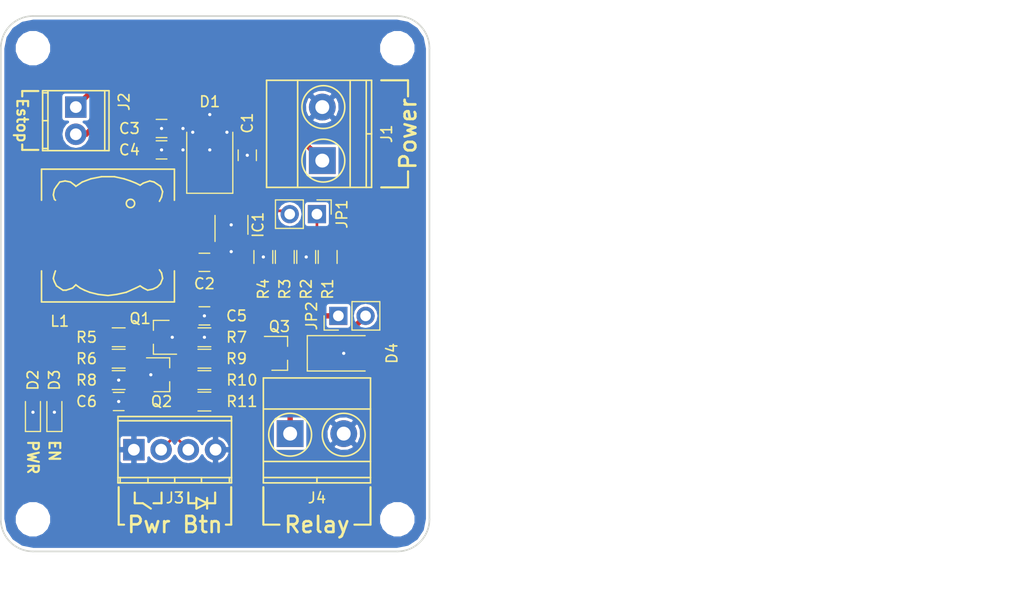
<source format=kicad_pcb>
(kicad_pcb (version 4) (host pcbnew 4.0.1-stable)

  (general
    (links 58)
    (no_connects 48)
    (area 99.924999 49.924999 140.075001 100.075001)
    (thickness 1.6)
    (drawings 43)
    (tracks 140)
    (zones 0)
    (modules 36)
    (nets 16)
  )

  (page A4)
  (layers
    (0 F.Cu signal)
    (31 B.Cu signal hide)
    (32 B.Adhes user)
    (33 F.Adhes user hide)
    (34 B.Paste user)
    (35 F.Paste user)
    (36 B.SilkS user)
    (37 F.SilkS user)
    (38 B.Mask user)
    (39 F.Mask user)
    (40 Dwgs.User user)
    (41 Cmts.User user)
    (42 Eco1.User user)
    (43 Eco2.User user)
    (44 Edge.Cuts user)
    (45 Margin user)
    (46 B.CrtYd user)
    (47 F.CrtYd user)
    (48 B.Fab user)
    (49 F.Fab user hide)
  )

  (setup
    (last_trace_width 0.25)
    (trace_clearance 0.2)
    (zone_clearance 0.254)
    (zone_45_only no)
    (trace_min 0.2)
    (segment_width 0.2)
    (edge_width 0.15)
    (via_size 0.6)
    (via_drill 0.3)
    (via_min_size 0.4)
    (via_min_drill 0.3)
    (uvia_size 0.3)
    (uvia_drill 0.1)
    (uvias_allowed no)
    (uvia_min_size 0.2)
    (uvia_min_drill 0.1)
    (pcb_text_width 0.3)
    (pcb_text_size 1.5 1.5)
    (mod_edge_width 0.15)
    (mod_text_size 1 1)
    (mod_text_width 0.15)
    (pad_size 1 1.25)
    (pad_drill 0)
    (pad_to_mask_clearance 0.05)
    (aux_axis_origin 0 0)
    (visible_elements 7FFFFF7F)
    (pcbplotparams
      (layerselection 0x00030_80000001)
      (usegerberextensions false)
      (excludeedgelayer true)
      (linewidth 0.100000)
      (plotframeref false)
      (viasonmask false)
      (mode 1)
      (useauxorigin false)
      (hpglpennumber 1)
      (hpglpenspeed 20)
      (hpglpendiameter 15)
      (hpglpenoverlay 2)
      (psnegative false)
      (psa4output false)
      (plotreference true)
      (plotvalue true)
      (plotinvisibletext false)
      (padsonsilk false)
      (subtractmaskfromsilk false)
      (outputformat 1)
      (mirror false)
      (drillshape 1)
      (scaleselection 1)
      (outputdirectory ""))
  )

  (net 0 "")
  (net 1 GND)
  (net 2 /BOOT)
  (net 3 /SW)
  (net 4 +12V)
  (net 5 /~EN)
  (net 6 /EN)
  (net 7 "Net-(D2-Pad2)")
  (net 8 "Net-(D3-Pad2)")
  (net 9 /12Vout)
  (net 10 /FB)
  (net 11 "Net-(J3-Pad3)")
  (net 12 /~SHDN)
  (net 13 /UVLO)
  (net 14 /Vin)
  (net 15 /Vbatt)

  (net_class Default "This is the default net class."
    (clearance 0.2)
    (trace_width 0.25)
    (via_dia 0.6)
    (via_drill 0.3)
    (uvia_dia 0.3)
    (uvia_drill 0.1)
    (add_net /EN)
    (add_net /FB)
    (add_net /UVLO)
    (add_net /~EN)
    (add_net /~SHDN)
    (add_net "Net-(D2-Pad2)")
    (add_net "Net-(D3-Pad2)")
    (add_net "Net-(J3-Pad3)")
  )

  (net_class 0.5mm ""
    (clearance 0.2)
    (trace_width 0.5)
    (via_dia 0.6)
    (via_drill 0.3)
    (uvia_dia 0.3)
    (uvia_drill 0.1)
    (add_net +12V)
    (add_net /12Vout)
    (add_net /BOOT)
    (add_net /SW)
    (add_net /Vbatt)
    (add_net /Vin)
    (add_net GND)
  )

  (module Mounting_Holes:MountingHole_2.7mm_M2.5_ISO7380 (layer F.Cu) (tedit 58BF7E57) (tstamp 58BF8378)
    (at 137 97)
    (descr "Mounting Hole 2.7mm, no annular, M2.5, ISO7380")
    (tags "mounting hole 2.7mm no annular m2.5 iso7380")
    (fp_text reference REF** (at 0 -3.25) (layer F.SilkS) hide
      (effects (font (size 1 1) (thickness 0.15)))
    )
    (fp_text value MountingHole_2.7mm_M2.5_ISO7380 (at 0 3.25) (layer F.Fab)
      (effects (font (size 1 1) (thickness 0.15)))
    )
    (fp_circle (center 0 0) (end 2.25 0) (layer Cmts.User) (width 0.15))
    (fp_circle (center 0 0) (end 2.5 0) (layer F.CrtYd) (width 0.05))
    (pad 1 np_thru_hole circle (at 0 0) (size 2.7 2.7) (drill 2.7) (layers *.Cu *.Mask))
  )

  (module Mounting_Holes:MountingHole_2.7mm_M2.5_ISO7380 (layer F.Cu) (tedit 58BF7E57) (tstamp 58BF8374)
    (at 103 97)
    (descr "Mounting Hole 2.7mm, no annular, M2.5, ISO7380")
    (tags "mounting hole 2.7mm no annular m2.5 iso7380")
    (fp_text reference REF** (at 0 -3.25) (layer F.SilkS) hide
      (effects (font (size 1 1) (thickness 0.15)))
    )
    (fp_text value MountingHole_2.7mm_M2.5_ISO7380 (at 0 3.25) (layer F.Fab)
      (effects (font (size 1 1) (thickness 0.15)))
    )
    (fp_circle (center 0 0) (end 2.25 0) (layer Cmts.User) (width 0.15))
    (fp_circle (center 0 0) (end 2.5 0) (layer F.CrtYd) (width 0.05))
    (pad 1 np_thru_hole circle (at 0 0) (size 2.7 2.7) (drill 2.7) (layers *.Cu *.Mask))
  )

  (module Mounting_Holes:MountingHole_2.7mm_M2.5_ISO7380 (layer F.Cu) (tedit 58BF7E57) (tstamp 58BF8370)
    (at 103 53)
    (descr "Mounting Hole 2.7mm, no annular, M2.5, ISO7380")
    (tags "mounting hole 2.7mm no annular m2.5 iso7380")
    (fp_text reference REF** (at 0 -3.25) (layer F.SilkS) hide
      (effects (font (size 1 1) (thickness 0.15)))
    )
    (fp_text value MountingHole_2.7mm_M2.5_ISO7380 (at 0 3.25) (layer F.Fab)
      (effects (font (size 1 1) (thickness 0.15)))
    )
    (fp_circle (center 0 0) (end 2.25 0) (layer Cmts.User) (width 0.15))
    (fp_circle (center 0 0) (end 2.5 0) (layer F.CrtYd) (width 0.05))
    (pad 1 np_thru_hole circle (at 0 0) (size 2.7 2.7) (drill 2.7) (layers *.Cu *.Mask))
  )

  (module Capacitors_SMD:C_0805 (layer F.Cu) (tedit 58AA8463) (tstamp 58BF7142)
    (at 123 63 90)
    (descr "Capacitor SMD 0805, reflow soldering, AVX (see smccp.pdf)")
    (tags "capacitor 0805")
    (path /58BE6E58)
    (attr smd)
    (fp_text reference C1 (at 3 0 90) (layer F.SilkS)
      (effects (font (size 1 1) (thickness 0.15)))
    )
    (fp_text value 2.2uF (at 0 1.75 90) (layer F.Fab)
      (effects (font (size 1 1) (thickness 0.15)))
    )
    (fp_text user %R (at 0 -1.5 90) (layer F.Fab)
      (effects (font (size 1 1) (thickness 0.15)))
    )
    (fp_line (start -1 0.62) (end -1 -0.62) (layer F.Fab) (width 0.1))
    (fp_line (start 1 0.62) (end -1 0.62) (layer F.Fab) (width 0.1))
    (fp_line (start 1 -0.62) (end 1 0.62) (layer F.Fab) (width 0.1))
    (fp_line (start -1 -0.62) (end 1 -0.62) (layer F.Fab) (width 0.1))
    (fp_line (start 0.5 -0.85) (end -0.5 -0.85) (layer F.SilkS) (width 0.12))
    (fp_line (start -0.5 0.85) (end 0.5 0.85) (layer F.SilkS) (width 0.12))
    (fp_line (start -1.75 -0.88) (end 1.75 -0.88) (layer F.CrtYd) (width 0.05))
    (fp_line (start -1.75 -0.88) (end -1.75 0.87) (layer F.CrtYd) (width 0.05))
    (fp_line (start 1.75 0.87) (end 1.75 -0.88) (layer F.CrtYd) (width 0.05))
    (fp_line (start 1.75 0.87) (end -1.75 0.87) (layer F.CrtYd) (width 0.05))
    (pad 1 smd rect (at -1 0 90) (size 1 1.25) (layers F.Cu F.Paste F.Mask)
      (net 14 /Vin))
    (pad 2 smd rect (at 1 0 90) (size 1 1.25) (layers F.Cu F.Paste F.Mask)
      (net 1 GND))
    (model Capacitors_SMD.3dshapes/C_0805.wrl
      (at (xyz 0 0 0))
      (scale (xyz 1 1 1))
      (rotate (xyz 0 0 0))
    )
  )

  (module Capacitors_SMD:C_0805 (layer F.Cu) (tedit 58AA8463) (tstamp 58BF7148)
    (at 119 73 180)
    (descr "Capacitor SMD 0805, reflow soldering, AVX (see smccp.pdf)")
    (tags "capacitor 0805")
    (path /58BE6106)
    (attr smd)
    (fp_text reference C2 (at 0 -2 180) (layer F.SilkS)
      (effects (font (size 1 1) (thickness 0.15)))
    )
    (fp_text value 100nF (at 0 1.75 180) (layer F.Fab)
      (effects (font (size 1 1) (thickness 0.15)))
    )
    (fp_text user %R (at 0 -1.5 180) (layer F.Fab)
      (effects (font (size 1 1) (thickness 0.15)))
    )
    (fp_line (start -1 0.62) (end -1 -0.62) (layer F.Fab) (width 0.1))
    (fp_line (start 1 0.62) (end -1 0.62) (layer F.Fab) (width 0.1))
    (fp_line (start 1 -0.62) (end 1 0.62) (layer F.Fab) (width 0.1))
    (fp_line (start -1 -0.62) (end 1 -0.62) (layer F.Fab) (width 0.1))
    (fp_line (start 0.5 -0.85) (end -0.5 -0.85) (layer F.SilkS) (width 0.12))
    (fp_line (start -0.5 0.85) (end 0.5 0.85) (layer F.SilkS) (width 0.12))
    (fp_line (start -1.75 -0.88) (end 1.75 -0.88) (layer F.CrtYd) (width 0.05))
    (fp_line (start -1.75 -0.88) (end -1.75 0.87) (layer F.CrtYd) (width 0.05))
    (fp_line (start 1.75 0.87) (end 1.75 -0.88) (layer F.CrtYd) (width 0.05))
    (fp_line (start 1.75 0.87) (end -1.75 0.87) (layer F.CrtYd) (width 0.05))
    (pad 1 smd rect (at -1 0 180) (size 1 1.25) (layers F.Cu F.Paste F.Mask)
      (net 2 /BOOT))
    (pad 2 smd rect (at 1 0 180) (size 1 1.25) (layers F.Cu F.Paste F.Mask)
      (net 3 /SW))
    (model Capacitors_SMD.3dshapes/C_0805.wrl
      (at (xyz 0 0 0))
      (scale (xyz 1 1 1))
      (rotate (xyz 0 0 0))
    )
  )

  (module Capacitors_SMD:C_0805 (layer F.Cu) (tedit 58C19296) (tstamp 58BF714E)
    (at 115 60.5)
    (descr "Capacitor SMD 0805, reflow soldering, AVX (see smccp.pdf)")
    (tags "capacitor 0805")
    (path /58BE709E)
    (attr smd)
    (fp_text reference C3 (at -3 0) (layer F.SilkS)
      (effects (font (size 1 1) (thickness 0.15)))
    )
    (fp_text value 4.7uF (at 0 1.75) (layer F.Fab)
      (effects (font (size 1 1) (thickness 0.15)))
    )
    (fp_text user %R (at 0 -1.5) (layer F.Fab)
      (effects (font (size 1 1) (thickness 0.15)))
    )
    (fp_line (start -1 0.62) (end -1 -0.62) (layer F.Fab) (width 0.1))
    (fp_line (start 1 0.62) (end -1 0.62) (layer F.Fab) (width 0.1))
    (fp_line (start 1 -0.62) (end 1 0.62) (layer F.Fab) (width 0.1))
    (fp_line (start -1 -0.62) (end 1 -0.62) (layer F.Fab) (width 0.1))
    (fp_line (start 0.5 -0.85) (end -0.5 -0.85) (layer F.SilkS) (width 0.12))
    (fp_line (start -0.5 0.85) (end 0.5 0.85) (layer F.SilkS) (width 0.12))
    (fp_line (start -1.75 -0.88) (end 1.75 -0.88) (layer F.CrtYd) (width 0.05))
    (fp_line (start -1.75 -0.88) (end -1.75 0.87) (layer F.CrtYd) (width 0.05))
    (fp_line (start 1.75 0.87) (end 1.75 -0.88) (layer F.CrtYd) (width 0.05))
    (fp_line (start 1.75 0.87) (end -1.75 0.87) (layer F.CrtYd) (width 0.05))
    (pad 1 smd rect (at -1 0) (size 1 1.25) (layers F.Cu F.Paste F.Mask)
      (net 4 +12V))
    (pad 2 smd rect (at 1 0) (size 1 1.25) (layers F.Cu F.Paste F.Mask)
      (net 1 GND))
    (model Capacitors_SMD.3dshapes/C_0805.wrl
      (at (xyz 0 0 0))
      (scale (xyz 1 1 1))
      (rotate (xyz 0 0 0))
    )
  )

  (module Capacitors_SMD:C_0805 (layer F.Cu) (tedit 58C1929A) (tstamp 58BF7154)
    (at 115 62.5)
    (descr "Capacitor SMD 0805, reflow soldering, AVX (see smccp.pdf)")
    (tags "capacitor 0805")
    (path /58C07356)
    (attr smd)
    (fp_text reference C4 (at -3 0) (layer F.SilkS)
      (effects (font (size 1 1) (thickness 0.15)))
    )
    (fp_text value 4.7uF (at 0 1.75) (layer F.Fab)
      (effects (font (size 1 1) (thickness 0.15)))
    )
    (fp_text user %R (at 0 -1.5) (layer F.Fab)
      (effects (font (size 1 1) (thickness 0.15)))
    )
    (fp_line (start -1 0.62) (end -1 -0.62) (layer F.Fab) (width 0.1))
    (fp_line (start 1 0.62) (end -1 0.62) (layer F.Fab) (width 0.1))
    (fp_line (start 1 -0.62) (end 1 0.62) (layer F.Fab) (width 0.1))
    (fp_line (start -1 -0.62) (end 1 -0.62) (layer F.Fab) (width 0.1))
    (fp_line (start 0.5 -0.85) (end -0.5 -0.85) (layer F.SilkS) (width 0.12))
    (fp_line (start -0.5 0.85) (end 0.5 0.85) (layer F.SilkS) (width 0.12))
    (fp_line (start -1.75 -0.88) (end 1.75 -0.88) (layer F.CrtYd) (width 0.05))
    (fp_line (start -1.75 -0.88) (end -1.75 0.87) (layer F.CrtYd) (width 0.05))
    (fp_line (start 1.75 0.87) (end 1.75 -0.88) (layer F.CrtYd) (width 0.05))
    (fp_line (start 1.75 0.87) (end -1.75 0.87) (layer F.CrtYd) (width 0.05))
    (pad 1 smd rect (at -1 0) (size 1 1.25) (layers F.Cu F.Paste F.Mask)
      (net 4 +12V))
    (pad 2 smd rect (at 1 0) (size 1 1.25) (layers F.Cu F.Paste F.Mask)
      (net 1 GND))
    (model Capacitors_SMD.3dshapes/C_0805.wrl
      (at (xyz 0 0 0))
      (scale (xyz 1 1 1))
      (rotate (xyz 0 0 0))
    )
  )

  (module Capacitors_SMD:C_0805 (layer F.Cu) (tedit 58AA8463) (tstamp 58BF715A)
    (at 119 78)
    (descr "Capacitor SMD 0805, reflow soldering, AVX (see smccp.pdf)")
    (tags "capacitor 0805")
    (path /58BF864D)
    (attr smd)
    (fp_text reference C5 (at 3 0) (layer F.SilkS)
      (effects (font (size 1 1) (thickness 0.15)))
    )
    (fp_text value 1uF (at 0 1.75) (layer F.Fab)
      (effects (font (size 1 1) (thickness 0.15)))
    )
    (fp_text user %R (at 0 -1.5) (layer F.Fab)
      (effects (font (size 1 1) (thickness 0.15)))
    )
    (fp_line (start -1 0.62) (end -1 -0.62) (layer F.Fab) (width 0.1))
    (fp_line (start 1 0.62) (end -1 0.62) (layer F.Fab) (width 0.1))
    (fp_line (start 1 -0.62) (end 1 0.62) (layer F.Fab) (width 0.1))
    (fp_line (start -1 -0.62) (end 1 -0.62) (layer F.Fab) (width 0.1))
    (fp_line (start 0.5 -0.85) (end -0.5 -0.85) (layer F.SilkS) (width 0.12))
    (fp_line (start -0.5 0.85) (end 0.5 0.85) (layer F.SilkS) (width 0.12))
    (fp_line (start -1.75 -0.88) (end 1.75 -0.88) (layer F.CrtYd) (width 0.05))
    (fp_line (start -1.75 -0.88) (end -1.75 0.87) (layer F.CrtYd) (width 0.05))
    (fp_line (start 1.75 0.87) (end 1.75 -0.88) (layer F.CrtYd) (width 0.05))
    (fp_line (start 1.75 0.87) (end -1.75 0.87) (layer F.CrtYd) (width 0.05))
    (pad 1 smd rect (at -1 0) (size 1 1.25) (layers F.Cu F.Paste F.Mask)
      (net 5 /~EN))
    (pad 2 smd rect (at 1 0) (size 1 1.25) (layers F.Cu F.Paste F.Mask)
      (net 1 GND))
    (model Capacitors_SMD.3dshapes/C_0805.wrl
      (at (xyz 0 0 0))
      (scale (xyz 1 1 1))
      (rotate (xyz 0 0 0))
    )
  )

  (module Capacitors_SMD:C_0805 (layer F.Cu) (tedit 58AA8463) (tstamp 58BF7160)
    (at 111 86 180)
    (descr "Capacitor SMD 0805, reflow soldering, AVX (see smccp.pdf)")
    (tags "capacitor 0805")
    (path /58BF865B)
    (attr smd)
    (fp_text reference C6 (at 3 0 180) (layer F.SilkS)
      (effects (font (size 1 1) (thickness 0.15)))
    )
    (fp_text value 1uF (at 0 1.75 180) (layer F.Fab)
      (effects (font (size 1 1) (thickness 0.15)))
    )
    (fp_text user %R (at 0 -1.5 180) (layer F.Fab)
      (effects (font (size 1 1) (thickness 0.15)))
    )
    (fp_line (start -1 0.62) (end -1 -0.62) (layer F.Fab) (width 0.1))
    (fp_line (start 1 0.62) (end -1 0.62) (layer F.Fab) (width 0.1))
    (fp_line (start 1 -0.62) (end 1 0.62) (layer F.Fab) (width 0.1))
    (fp_line (start -1 -0.62) (end 1 -0.62) (layer F.Fab) (width 0.1))
    (fp_line (start 0.5 -0.85) (end -0.5 -0.85) (layer F.SilkS) (width 0.12))
    (fp_line (start -0.5 0.85) (end 0.5 0.85) (layer F.SilkS) (width 0.12))
    (fp_line (start -1.75 -0.88) (end 1.75 -0.88) (layer F.CrtYd) (width 0.05))
    (fp_line (start -1.75 -0.88) (end -1.75 0.87) (layer F.CrtYd) (width 0.05))
    (fp_line (start 1.75 0.87) (end 1.75 -0.88) (layer F.CrtYd) (width 0.05))
    (fp_line (start 1.75 0.87) (end -1.75 0.87) (layer F.CrtYd) (width 0.05))
    (pad 1 smd rect (at -1 0 180) (size 1 1.25) (layers F.Cu F.Paste F.Mask)
      (net 6 /EN))
    (pad 2 smd rect (at 1 0 180) (size 1 1.25) (layers F.Cu F.Paste F.Mask)
      (net 1 GND))
    (model Capacitors_SMD.3dshapes/C_0805.wrl
      (at (xyz 0 0 0))
      (scale (xyz 1 1 1))
      (rotate (xyz 0 0 0))
    )
  )

  (module Diodes_SMD:D_SMB_Standard (layer F.Cu) (tedit 58645DF3) (tstamp 58BF7166)
    (at 119.5 63 90)
    (descr "Diode SMB Standard")
    (tags "Diode SMB Standard")
    (path /58BE62EB)
    (attr smd)
    (fp_text reference D1 (at 5 0 180) (layer F.SilkS)
      (effects (font (size 1 1) (thickness 0.15)))
    )
    (fp_text value MBRS1100T3G (at 0.05 4.7 90) (layer F.Fab)
      (effects (font (size 1 1) (thickness 0.15)))
    )
    (fp_line (start -3.55 -2.15) (end -3.55 2.15) (layer F.SilkS) (width 0.12))
    (fp_line (start 2.3 2) (end -2.3 2) (layer F.Fab) (width 0.1))
    (fp_line (start -2.3 2) (end -2.3 -2) (layer F.Fab) (width 0.1))
    (fp_line (start 2.3 -2) (end 2.3 2) (layer F.Fab) (width 0.1))
    (fp_line (start 2.3 -2) (end -2.3 -2) (layer F.Fab) (width 0.1))
    (fp_line (start -3.65 -2.25) (end 3.65 -2.25) (layer F.CrtYd) (width 0.05))
    (fp_line (start 3.65 -2.25) (end 3.65 2.25) (layer F.CrtYd) (width 0.05))
    (fp_line (start 3.65 2.25) (end -3.65 2.25) (layer F.CrtYd) (width 0.05))
    (fp_line (start -3.65 2.25) (end -3.65 -2.25) (layer F.CrtYd) (width 0.05))
    (fp_line (start -0.64944 0.00102) (end -1.55114 0.00102) (layer F.Fab) (width 0.1))
    (fp_line (start 0.50118 0.00102) (end 1.4994 0.00102) (layer F.Fab) (width 0.1))
    (fp_line (start -0.64944 -0.79908) (end -0.64944 0.80112) (layer F.Fab) (width 0.1))
    (fp_line (start 0.50118 0.75032) (end 0.50118 -0.79908) (layer F.Fab) (width 0.1))
    (fp_line (start -0.64944 0.00102) (end 0.50118 0.75032) (layer F.Fab) (width 0.1))
    (fp_line (start -0.64944 0.00102) (end 0.50118 -0.79908) (layer F.Fab) (width 0.1))
    (fp_line (start -3.55 2.15) (end 2.15 2.15) (layer F.SilkS) (width 0.12))
    (fp_line (start -3.55 -2.15) (end 2.15 -2.15) (layer F.SilkS) (width 0.12))
    (pad 1 smd rect (at -2.15 0 90) (size 2.5 2.3) (layers F.Cu F.Paste F.Mask)
      (net 3 /SW))
    (pad 2 smd rect (at 2.15 0 90) (size 2.5 2.3) (layers F.Cu F.Paste F.Mask)
      (net 1 GND))
    (model Diodes_SMD.3dshapes/D_SMB_Standard.wrl
      (at (xyz 0 0 0))
      (scale (xyz 0.3937 0.3937 0.3937))
      (rotate (xyz 0 0 180))
    )
  )

  (module LEDs:LED_0805 (layer F.Cu) (tedit 57FE93EC) (tstamp 58BF716C)
    (at 103 87 90)
    (descr "LED 0805 smd package")
    (tags "LED led 0805 SMD smd SMT smt smdled SMDLED smtled SMTLED")
    (path /58BFE3B4)
    (attr smd)
    (fp_text reference D2 (at 3 0 90) (layer F.SilkS)
      (effects (font (size 1 1) (thickness 0.15)))
    )
    (fp_text value Blue (at 0 1.55 90) (layer F.Fab)
      (effects (font (size 1 1) (thickness 0.15)))
    )
    (fp_line (start -1.8 -0.7) (end -1.8 0.7) (layer F.SilkS) (width 0.12))
    (fp_line (start -0.4 -0.4) (end -0.4 0.4) (layer F.Fab) (width 0.1))
    (fp_line (start -0.4 0) (end 0.2 -0.4) (layer F.Fab) (width 0.1))
    (fp_line (start 0.2 0.4) (end -0.4 0) (layer F.Fab) (width 0.1))
    (fp_line (start 0.2 -0.4) (end 0.2 0.4) (layer F.Fab) (width 0.1))
    (fp_line (start 1 0.6) (end -1 0.6) (layer F.Fab) (width 0.1))
    (fp_line (start 1 -0.6) (end 1 0.6) (layer F.Fab) (width 0.1))
    (fp_line (start -1 -0.6) (end 1 -0.6) (layer F.Fab) (width 0.1))
    (fp_line (start -1 0.6) (end -1 -0.6) (layer F.Fab) (width 0.1))
    (fp_line (start -1.8 0.7) (end 1 0.7) (layer F.SilkS) (width 0.12))
    (fp_line (start -1.8 -0.7) (end 1 -0.7) (layer F.SilkS) (width 0.12))
    (fp_line (start 1.95 -0.85) (end 1.95 0.85) (layer F.CrtYd) (width 0.05))
    (fp_line (start 1.95 0.85) (end -1.95 0.85) (layer F.CrtYd) (width 0.05))
    (fp_line (start -1.95 0.85) (end -1.95 -0.85) (layer F.CrtYd) (width 0.05))
    (fp_line (start -1.95 -0.85) (end 1.95 -0.85) (layer F.CrtYd) (width 0.05))
    (pad 2 smd rect (at 1.1 0 270) (size 1.2 1.2) (layers F.Cu F.Paste F.Mask)
      (net 7 "Net-(D2-Pad2)"))
    (pad 1 smd rect (at -1.1 0 270) (size 1.2 1.2) (layers F.Cu F.Paste F.Mask)
      (net 1 GND))
    (model LEDs.3dshapes/LED_0805.wrl
      (at (xyz 0 0 0))
      (scale (xyz 1 1 1))
      (rotate (xyz 0 0 180))
    )
  )

  (module LEDs:LED_0805 (layer F.Cu) (tedit 57FE93EC) (tstamp 58BF7172)
    (at 105 87 90)
    (descr "LED 0805 smd package")
    (tags "LED led 0805 SMD smd SMT smt smdled SMDLED smtled SMTLED")
    (path /58BFFF12)
    (attr smd)
    (fp_text reference D3 (at 3 0 90) (layer F.SilkS)
      (effects (font (size 1 1) (thickness 0.15)))
    )
    (fp_text value Green (at 0 1.55 90) (layer F.Fab)
      (effects (font (size 1 1) (thickness 0.15)))
    )
    (fp_line (start -1.8 -0.7) (end -1.8 0.7) (layer F.SilkS) (width 0.12))
    (fp_line (start -0.4 -0.4) (end -0.4 0.4) (layer F.Fab) (width 0.1))
    (fp_line (start -0.4 0) (end 0.2 -0.4) (layer F.Fab) (width 0.1))
    (fp_line (start 0.2 0.4) (end -0.4 0) (layer F.Fab) (width 0.1))
    (fp_line (start 0.2 -0.4) (end 0.2 0.4) (layer F.Fab) (width 0.1))
    (fp_line (start 1 0.6) (end -1 0.6) (layer F.Fab) (width 0.1))
    (fp_line (start 1 -0.6) (end 1 0.6) (layer F.Fab) (width 0.1))
    (fp_line (start -1 -0.6) (end 1 -0.6) (layer F.Fab) (width 0.1))
    (fp_line (start -1 0.6) (end -1 -0.6) (layer F.Fab) (width 0.1))
    (fp_line (start -1.8 0.7) (end 1 0.7) (layer F.SilkS) (width 0.12))
    (fp_line (start -1.8 -0.7) (end 1 -0.7) (layer F.SilkS) (width 0.12))
    (fp_line (start 1.95 -0.85) (end 1.95 0.85) (layer F.CrtYd) (width 0.05))
    (fp_line (start 1.95 0.85) (end -1.95 0.85) (layer F.CrtYd) (width 0.05))
    (fp_line (start -1.95 0.85) (end -1.95 -0.85) (layer F.CrtYd) (width 0.05))
    (fp_line (start -1.95 -0.85) (end 1.95 -0.85) (layer F.CrtYd) (width 0.05))
    (pad 2 smd rect (at 1.1 0 270) (size 1.2 1.2) (layers F.Cu F.Paste F.Mask)
      (net 8 "Net-(D3-Pad2)"))
    (pad 1 smd rect (at -1.1 0 270) (size 1.2 1.2) (layers F.Cu F.Paste F.Mask)
      (net 1 GND))
    (model LEDs.3dshapes/LED_0805.wrl
      (at (xyz 0 0 0))
      (scale (xyz 1 1 1))
      (rotate (xyz 0 0 180))
    )
  )

  (module Diodes_SMD:D_SMA_Standard (layer F.Cu) (tedit 586432E5) (tstamp 58BF7178)
    (at 132 81.5)
    (descr "Diode SMA")
    (tags "Diode SMA")
    (path /58BF86D5)
    (attr smd)
    (fp_text reference D4 (at 4.5 0 270) (layer F.SilkS)
      (effects (font (size 1 1) (thickness 0.15)))
    )
    (fp_text value SMAJ40CA (at 0 4.3) (layer F.Fab)
      (effects (font (size 1 1) (thickness 0.15)))
    )
    (fp_line (start -3.4 -1.65) (end -3.4 1.65) (layer F.SilkS) (width 0.12))
    (fp_line (start 2.3 1.5) (end -2.3 1.5) (layer F.Fab) (width 0.1))
    (fp_line (start -2.3 1.5) (end -2.3 -1.5) (layer F.Fab) (width 0.1))
    (fp_line (start 2.3 -1.5) (end 2.3 1.5) (layer F.Fab) (width 0.1))
    (fp_line (start 2.3 -1.5) (end -2.3 -1.5) (layer F.Fab) (width 0.1))
    (fp_line (start -3.5 -1.75) (end 3.5 -1.75) (layer F.CrtYd) (width 0.05))
    (fp_line (start 3.5 -1.75) (end 3.5 1.75) (layer F.CrtYd) (width 0.05))
    (fp_line (start 3.5 1.75) (end -3.5 1.75) (layer F.CrtYd) (width 0.05))
    (fp_line (start -3.5 1.75) (end -3.5 -1.75) (layer F.CrtYd) (width 0.05))
    (fp_line (start -0.64944 0.00102) (end -1.55114 0.00102) (layer F.Fab) (width 0.1))
    (fp_line (start 0.50118 0.00102) (end 1.4994 0.00102) (layer F.Fab) (width 0.1))
    (fp_line (start -0.64944 -0.79908) (end -0.64944 0.80112) (layer F.Fab) (width 0.1))
    (fp_line (start 0.50118 0.75032) (end 0.50118 -0.79908) (layer F.Fab) (width 0.1))
    (fp_line (start -0.64944 0.00102) (end 0.50118 0.75032) (layer F.Fab) (width 0.1))
    (fp_line (start -0.64944 0.00102) (end 0.50118 -0.79908) (layer F.Fab) (width 0.1))
    (fp_line (start -3.4 1.65) (end 2 1.65) (layer F.SilkS) (width 0.12))
    (fp_line (start -3.4 -1.65) (end 2 -1.65) (layer F.SilkS) (width 0.12))
    (pad 1 smd rect (at -2 0) (size 2.5 1.8) (layers F.Cu F.Paste F.Mask)
      (net 9 /12Vout))
    (pad 2 smd rect (at 2 0) (size 2.5 1.8) (layers F.Cu F.Paste F.Mask)
      (net 1 GND))
    (model Diodes_SMD.3dshapes/D_SMA_Standard.wrl
      (at (xyz 0 0 0))
      (scale (xyz 0.3937 0.3937 0.3937))
      (rotate (xyz 0 0 180))
    )
  )

  (module TO_SOT_Packages_SMD:TSOT-23-6_MK06A (layer F.Cu) (tedit 58835838) (tstamp 58BF7182)
    (at 121.5 69.5 90)
    (descr "6-pin TSOT23 package, http://cds.linear.com/docs/en/packaging/SOT_6_05-08-1636.pdf")
    (tags "TSOT-23-6 MK06A TSOT-6")
    (path /58BE5E16)
    (attr smd)
    (fp_text reference IC1 (at 0 2.5 90) (layer F.SilkS)
      (effects (font (size 1 1) (thickness 0.15)))
    )
    (fp_text value LMR16006 (at 0 2.5 90) (layer F.Fab)
      (effects (font (size 1 1) (thickness 0.15)))
    )
    (fp_line (start -0.88 1.56) (end 0.88 1.56) (layer F.SilkS) (width 0.12))
    (fp_line (start 0.88 -1.51) (end -1.55 -1.51) (layer F.SilkS) (width 0.12))
    (fp_line (start -0.88 -1) (end -0.43 -1.45) (layer F.Fab) (width 0.1))
    (fp_line (start 0.88 -1.45) (end -0.43 -1.45) (layer F.Fab) (width 0.1))
    (fp_line (start -0.88 -1) (end -0.88 1.45) (layer F.Fab) (width 0.1))
    (fp_line (start 0.88 1.45) (end -0.88 1.45) (layer F.Fab) (width 0.1))
    (fp_line (start 0.88 -1.45) (end 0.88 1.45) (layer F.Fab) (width 0.1))
    (fp_line (start -2.17 -1.7) (end 2.17 -1.7) (layer F.CrtYd) (width 0.05))
    (fp_line (start -2.17 -1.7) (end -2.17 1.7) (layer F.CrtYd) (width 0.05))
    (fp_line (start 2.17 1.7) (end 2.17 -1.7) (layer F.CrtYd) (width 0.05))
    (fp_line (start 2.17 1.7) (end -2.17 1.7) (layer F.CrtYd) (width 0.05))
    (pad 1 smd rect (at -1.31 -0.95 90) (size 1.22 0.65) (layers F.Cu F.Paste F.Mask)
      (net 2 /BOOT))
    (pad 2 smd rect (at -1.31 0 90) (size 1.22 0.65) (layers F.Cu F.Paste F.Mask)
      (net 1 GND))
    (pad 3 smd rect (at -1.31 0.95 90) (size 1.22 0.65) (layers F.Cu F.Paste F.Mask)
      (net 10 /FB))
    (pad 4 smd rect (at 1.31 0.95 90) (size 1.22 0.65) (layers F.Cu F.Paste F.Mask)
      (net 12 /~SHDN))
    (pad 5 smd rect (at 1.31 0 90) (size 1.22 0.65) (layers F.Cu F.Paste F.Mask)
      (net 14 /Vin))
    (pad 6 smd rect (at 1.31 -0.95 90) (size 1.22 0.65) (layers F.Cu F.Paste F.Mask)
      (net 3 /SW))
  )

  (module Terminal_Blocks:TerminalBlock_Pheonix_MKDS1.5-2pol (layer F.Cu) (tedit 563007E4) (tstamp 58BF7188)
    (at 130 63.5 90)
    (descr "2-way 5mm pitch terminal block, Phoenix MKDS series")
    (path /58BE5E92)
    (fp_text reference J1 (at 2.5 6 270) (layer F.SilkS)
      (effects (font (size 1 1) (thickness 0.15)))
    )
    (fp_text value "5mm TB" (at 2.5 -6.6 90) (layer F.Fab)
      (effects (font (size 1 1) (thickness 0.15)))
    )
    (fp_line (start -2.7 -5.4) (end 7.7 -5.4) (layer F.CrtYd) (width 0.05))
    (fp_line (start -2.7 4.8) (end -2.7 -5.4) (layer F.CrtYd) (width 0.05))
    (fp_line (start 7.7 4.8) (end -2.7 4.8) (layer F.CrtYd) (width 0.05))
    (fp_line (start 7.7 -5.4) (end 7.7 4.8) (layer F.CrtYd) (width 0.05))
    (fp_line (start 2.5 4.1) (end 2.5 4.6) (layer F.SilkS) (width 0.15))
    (fp_circle (center 5 0.1) (end 3 0.1) (layer F.SilkS) (width 0.15))
    (fp_circle (center 0 0.1) (end 2 0.1) (layer F.SilkS) (width 0.15))
    (fp_line (start -2.5 2.6) (end 7.5 2.6) (layer F.SilkS) (width 0.15))
    (fp_line (start -2.5 -2.3) (end 7.5 -2.3) (layer F.SilkS) (width 0.15))
    (fp_line (start -2.5 4.1) (end 7.5 4.1) (layer F.SilkS) (width 0.15))
    (fp_line (start -2.5 4.6) (end 7.5 4.6) (layer F.SilkS) (width 0.15))
    (fp_line (start 7.5 4.6) (end 7.5 -5.2) (layer F.SilkS) (width 0.15))
    (fp_line (start 7.5 -5.2) (end -2.5 -5.2) (layer F.SilkS) (width 0.15))
    (fp_line (start -2.5 -5.2) (end -2.5 4.6) (layer F.SilkS) (width 0.15))
    (pad 1 thru_hole rect (at 0 0 90) (size 2.5 2.5) (drill 1.3) (layers *.Cu *.Mask)
      (net 15 /Vbatt))
    (pad 2 thru_hole circle (at 5 0 90) (size 2.5 2.5) (drill 1.3) (layers *.Cu *.Mask)
      (net 1 GND))
    (model Terminal_Blocks.3dshapes/TerminalBlock_Pheonix_MKDS1.5-2pol.wrl
      (at (xyz 0.0984 0 0))
      (scale (xyz 1 1 1))
      (rotate (xyz 0 0 0))
    )
  )

  (module Terminal_Blocks:TerminalBlock_Pheonix_MPT-2.54mm_2pol (layer F.Cu) (tedit 0) (tstamp 58BF718E)
    (at 107 58.5 270)
    (descr "2-way 2.54mm pitch terminal block, Phoenix MPT series")
    (path /58BE5EE5)
    (fp_text reference J2 (at -0.5 -4.5 450) (layer F.SilkS)
      (effects (font (size 1 1) (thickness 0.15)))
    )
    (fp_text value ESTOP (at 1.27 4.50088 270) (layer F.Fab)
      (effects (font (size 1 1) (thickness 0.15)))
    )
    (fp_line (start -1.7 -3.3) (end 4.3 -3.3) (layer F.CrtYd) (width 0.05))
    (fp_line (start -1.7 3.3) (end -1.7 -3.3) (layer F.CrtYd) (width 0.05))
    (fp_line (start 4.3 3.3) (end -1.7 3.3) (layer F.CrtYd) (width 0.05))
    (fp_line (start 4.3 -3.3) (end 4.3 3.3) (layer F.CrtYd) (width 0.05))
    (fp_line (start 4.06908 2.60096) (end -1.52908 2.60096) (layer F.SilkS) (width 0.15))
    (fp_line (start -1.33096 3.0988) (end -1.33096 2.60096) (layer F.SilkS) (width 0.15))
    (fp_line (start 3.87096 2.60096) (end 3.87096 3.0988) (layer F.SilkS) (width 0.15))
    (fp_line (start 1.27 3.0988) (end 1.27 2.60096) (layer F.SilkS) (width 0.15))
    (fp_line (start -1.52908 -2.70002) (end 4.06908 -2.70002) (layer F.SilkS) (width 0.15))
    (fp_line (start -1.52908 3.0988) (end 4.06908 3.0988) (layer F.SilkS) (width 0.15))
    (fp_line (start 4.06908 3.0988) (end 4.06908 -3.0988) (layer F.SilkS) (width 0.15))
    (fp_line (start 4.06908 -3.0988) (end -1.52908 -3.0988) (layer F.SilkS) (width 0.15))
    (fp_line (start -1.52908 -3.0988) (end -1.52908 3.0988) (layer F.SilkS) (width 0.15))
    (pad 2 thru_hole oval (at 2.54 0 270) (size 1.99898 1.99898) (drill 1.09728) (layers *.Cu *.Mask)
      (net 14 /Vin))
    (pad 1 thru_hole rect (at 0 0 270) (size 1.99898 1.99898) (drill 1.09728) (layers *.Cu *.Mask)
      (net 15 /Vbatt))
    (model Terminal_Blocks.3dshapes/TerminalBlock_Pheonix_MPT-2.54mm_2pol.wrl
      (at (xyz 0.05 0 0))
      (scale (xyz 1 1 1))
      (rotate (xyz 0 0 0))
    )
  )

  (module Terminal_Blocks:TerminalBlock_Pheonix_MPT-2.54mm_4pol (layer F.Cu) (tedit 0) (tstamp 58BF7196)
    (at 112.42 90.5)
    (descr "4-way 2.54mm pitch terminal block, Phoenix MPT series")
    (path /58BF86BA)
    (fp_text reference J3 (at 3.83 4.5 180) (layer F.SilkS)
      (effects (font (size 1 1) (thickness 0.15)))
    )
    (fp_text value Pwr (at 3.81 4.50088) (layer F.Fab)
      (effects (font (size 1 1) (thickness 0.15)))
    )
    (fp_line (start -1.778 -3.302) (end 9.398 -3.302) (layer F.CrtYd) (width 0.05))
    (fp_line (start -1.778 3.302) (end -1.778 -3.302) (layer F.CrtYd) (width 0.05))
    (fp_line (start 9.398 3.302) (end -1.778 3.302) (layer F.CrtYd) (width 0.05))
    (fp_line (start 9.398 -3.302) (end 9.398 3.302) (layer F.CrtYd) (width 0.05))
    (fp_line (start 9.11098 -3.0988) (end -1.49098 -3.0988) (layer F.SilkS) (width 0.15))
    (fp_line (start -1.49098 -2.70002) (end 9.11098 -2.70002) (layer F.SilkS) (width 0.15))
    (fp_line (start -1.49098 2.60096) (end 9.11098 2.60096) (layer F.SilkS) (width 0.15))
    (fp_line (start 9.11098 3.0988) (end -1.49098 3.0988) (layer F.SilkS) (width 0.15))
    (fp_line (start 6.30682 2.60096) (end 6.30682 3.0988) (layer F.SilkS) (width 0.15))
    (fp_line (start 3.81 2.60096) (end 3.81 3.0988) (layer F.SilkS) (width 0.15))
    (fp_line (start -1.28778 3.0988) (end -1.28778 2.60096) (layer F.SilkS) (width 0.15))
    (fp_line (start 8.91032 2.60096) (end 8.91032 3.0988) (layer F.SilkS) (width 0.15))
    (fp_line (start 1.31318 3.0988) (end 1.31318 2.60096) (layer F.SilkS) (width 0.15))
    (fp_line (start 9.10844 3.0988) (end 9.10844 -3.0988) (layer F.SilkS) (width 0.15))
    (fp_line (start -1.4859 -3.0988) (end -1.4859 3.0988) (layer F.SilkS) (width 0.15))
    (pad 4 thru_hole oval (at 7.62 0 180) (size 1.99898 1.99898) (drill 1.09728) (layers *.Cu *.Mask)
      (net 1 GND))
    (pad 1 thru_hole rect (at 0 0 180) (size 1.99898 1.99898) (drill 1.09728) (layers *.Cu *.Mask)
      (net 1 GND))
    (pad 2 thru_hole oval (at 2.54 0 180) (size 1.99898 1.99898) (drill 1.09728) (layers *.Cu *.Mask)
      (net 5 /~EN))
    (pad 3 thru_hole oval (at 5.08 0 180) (size 1.99898 1.99898) (drill 1.09728) (layers *.Cu *.Mask)
      (net 11 "Net-(J3-Pad3)"))
    (model Terminal_Blocks.3dshapes/TerminalBlock_Pheonix_MPT-2.54mm_4pol.wrl
      (at (xyz 0.15 0 0))
      (scale (xyz 1 1 1))
      (rotate (xyz 0 0 0))
    )
  )

  (module Terminal_Blocks:TerminalBlock_Pheonix_MKDS1.5-2pol (layer F.Cu) (tedit 563007E4) (tstamp 58BF719C)
    (at 127 89)
    (descr "2-way 5mm pitch terminal block, Phoenix MKDS series")
    (path /58BF8690)
    (fp_text reference J4 (at 2.5 6) (layer F.SilkS)
      (effects (font (size 1 1) (thickness 0.15)))
    )
    (fp_text value "5mm TB" (at 2.5 -6.6) (layer F.Fab)
      (effects (font (size 1 1) (thickness 0.15)))
    )
    (fp_line (start -2.7 -5.4) (end 7.7 -5.4) (layer F.CrtYd) (width 0.05))
    (fp_line (start -2.7 4.8) (end -2.7 -5.4) (layer F.CrtYd) (width 0.05))
    (fp_line (start 7.7 4.8) (end -2.7 4.8) (layer F.CrtYd) (width 0.05))
    (fp_line (start 7.7 -5.4) (end 7.7 4.8) (layer F.CrtYd) (width 0.05))
    (fp_line (start 2.5 4.1) (end 2.5 4.6) (layer F.SilkS) (width 0.15))
    (fp_circle (center 5 0.1) (end 3 0.1) (layer F.SilkS) (width 0.15))
    (fp_circle (center 0 0.1) (end 2 0.1) (layer F.SilkS) (width 0.15))
    (fp_line (start -2.5 2.6) (end 7.5 2.6) (layer F.SilkS) (width 0.15))
    (fp_line (start -2.5 -2.3) (end 7.5 -2.3) (layer F.SilkS) (width 0.15))
    (fp_line (start -2.5 4.1) (end 7.5 4.1) (layer F.SilkS) (width 0.15))
    (fp_line (start -2.5 4.6) (end 7.5 4.6) (layer F.SilkS) (width 0.15))
    (fp_line (start 7.5 4.6) (end 7.5 -5.2) (layer F.SilkS) (width 0.15))
    (fp_line (start 7.5 -5.2) (end -2.5 -5.2) (layer F.SilkS) (width 0.15))
    (fp_line (start -2.5 -5.2) (end -2.5 4.6) (layer F.SilkS) (width 0.15))
    (pad 1 thru_hole rect (at 0 0) (size 2.5 2.5) (drill 1.3) (layers *.Cu *.Mask)
      (net 9 /12Vout))
    (pad 2 thru_hole circle (at 5 0) (size 2.5 2.5) (drill 1.3) (layers *.Cu *.Mask)
      (net 1 GND))
    (model Terminal_Blocks.3dshapes/TerminalBlock_Pheonix_MKDS1.5-2pol.wrl
      (at (xyz 0.0984 0 0))
      (scale (xyz 1 1 1))
      (rotate (xyz 0 0 0))
    )
  )

  (module Socket_Strips:Socket_Strip_Straight_1x02_Pitch2.54mm (layer F.Cu) (tedit 588DE956) (tstamp 58BF71A2)
    (at 129.5 68.5 270)
    (descr "Through hole straight socket strip, 1x02, 2.54mm pitch, single row")
    (tags "Through hole socket strip THT 1x02 2.54mm single row")
    (path /58BE6A32)
    (fp_text reference JP1 (at 0 -2.33 270) (layer F.SilkS)
      (effects (font (size 1 1) (thickness 0.15)))
    )
    (fp_text value JP_NC (at 0 4.87 270) (layer F.Fab)
      (effects (font (size 1 1) (thickness 0.15)))
    )
    (fp_line (start -1.27 -1.27) (end -1.27 3.81) (layer F.Fab) (width 0.1))
    (fp_line (start -1.27 3.81) (end 1.27 3.81) (layer F.Fab) (width 0.1))
    (fp_line (start 1.27 3.81) (end 1.27 -1.27) (layer F.Fab) (width 0.1))
    (fp_line (start 1.27 -1.27) (end -1.27 -1.27) (layer F.Fab) (width 0.1))
    (fp_line (start -1.33 1.27) (end -1.33 3.87) (layer F.SilkS) (width 0.12))
    (fp_line (start -1.33 3.87) (end 1.33 3.87) (layer F.SilkS) (width 0.12))
    (fp_line (start 1.33 3.87) (end 1.33 1.27) (layer F.SilkS) (width 0.12))
    (fp_line (start 1.33 1.27) (end -1.33 1.27) (layer F.SilkS) (width 0.12))
    (fp_line (start -1.33 0) (end -1.33 -1.33) (layer F.SilkS) (width 0.12))
    (fp_line (start -1.33 -1.33) (end 0 -1.33) (layer F.SilkS) (width 0.12))
    (fp_line (start -1.55 -1.55) (end -1.55 4.1) (layer F.CrtYd) (width 0.05))
    (fp_line (start -1.55 4.1) (end 1.55 4.1) (layer F.CrtYd) (width 0.05))
    (fp_line (start 1.55 4.1) (end 1.55 -1.55) (layer F.CrtYd) (width 0.05))
    (fp_line (start 1.55 -1.55) (end -1.55 -1.55) (layer F.CrtYd) (width 0.05))
    (pad 1 thru_hole rect (at 0 0 270) (size 1.7 1.7) (drill 1) (layers *.Cu *.Mask)
      (net 13 /UVLO))
    (pad 2 thru_hole oval (at 0 2.54 270) (size 1.7 1.7) (drill 1) (layers *.Cu *.Mask)
      (net 12 /~SHDN))
    (model Socket_Strips.3dshapes/Socket_Strip_Straight_1x02_Pitch2.54mm.wrl
      (at (xyz 0 -0.05 0))
      (scale (xyz 1 1 1))
      (rotate (xyz 0 0 270))
    )
  )

  (module Socket_Strips:Socket_Strip_Straight_1x02_Pitch2.54mm (layer F.Cu) (tedit 588DE956) (tstamp 58BF71A8)
    (at 131.5 78 90)
    (descr "Through hole straight socket strip, 1x02, 2.54mm pitch, single row")
    (tags "Through hole socket strip THT 1x02 2.54mm single row")
    (path /58C02B88)
    (fp_text reference JP2 (at 0 -2.5 270) (layer F.SilkS)
      (effects (font (size 1 1) (thickness 0.15)))
    )
    (fp_text value JP_NO (at 0 4.87 90) (layer F.Fab)
      (effects (font (size 1 1) (thickness 0.15)))
    )
    (fp_line (start -1.27 -1.27) (end -1.27 3.81) (layer F.Fab) (width 0.1))
    (fp_line (start -1.27 3.81) (end 1.27 3.81) (layer F.Fab) (width 0.1))
    (fp_line (start 1.27 3.81) (end 1.27 -1.27) (layer F.Fab) (width 0.1))
    (fp_line (start 1.27 -1.27) (end -1.27 -1.27) (layer F.Fab) (width 0.1))
    (fp_line (start -1.33 1.27) (end -1.33 3.87) (layer F.SilkS) (width 0.12))
    (fp_line (start -1.33 3.87) (end 1.33 3.87) (layer F.SilkS) (width 0.12))
    (fp_line (start 1.33 3.87) (end 1.33 1.27) (layer F.SilkS) (width 0.12))
    (fp_line (start 1.33 1.27) (end -1.33 1.27) (layer F.SilkS) (width 0.12))
    (fp_line (start -1.33 0) (end -1.33 -1.33) (layer F.SilkS) (width 0.12))
    (fp_line (start -1.33 -1.33) (end 0 -1.33) (layer F.SilkS) (width 0.12))
    (fp_line (start -1.55 -1.55) (end -1.55 4.1) (layer F.CrtYd) (width 0.05))
    (fp_line (start -1.55 4.1) (end 1.55 4.1) (layer F.CrtYd) (width 0.05))
    (fp_line (start 1.55 4.1) (end 1.55 -1.55) (layer F.CrtYd) (width 0.05))
    (fp_line (start 1.55 -1.55) (end -1.55 -1.55) (layer F.CrtYd) (width 0.05))
    (pad 1 thru_hole rect (at 0 0 90) (size 1.7 1.7) (drill 1) (layers *.Cu *.Mask)
      (net 4 +12V))
    (pad 2 thru_hole oval (at 0 2.54 90) (size 1.7 1.7) (drill 1) (layers *.Cu *.Mask)
      (net 9 /12Vout))
    (model Socket_Strips.3dshapes/Socket_Strip_Straight_1x02_Pitch2.54mm.wrl
      (at (xyz 0 -0.05 0))
      (scale (xyz 1 1 1))
      (rotate (xyz 0 0 270))
    )
  )

  (module Choke_SMD:Choke_SMD_12x12mm_h8mm (layer F.Cu) (tedit 58C19291) (tstamp 58BF71AE)
    (at 110 70.5 180)
    (descr "Choke, SMD, 12x12mm 8mm height")
    (tags "Choke, SMD")
    (path /58BE626E)
    (attr smd)
    (fp_text reference L1 (at 4.5 -8 180) (layer F.SilkS)
      (effects (font (size 1 1) (thickness 0.15)))
    )
    (fp_text value 220uH (at 0 8.89 180) (layer F.Fab)
      (effects (font (size 1 1) (thickness 0.15)))
    )
    (fp_line (start -6.858 -6.604) (end 6.858 -6.604) (layer F.CrtYd) (width 0.05))
    (fp_line (start 6.858 -6.604) (end 6.858 6.604) (layer F.CrtYd) (width 0.05))
    (fp_line (start 6.858 6.604) (end -6.858 6.604) (layer F.CrtYd) (width 0.05))
    (fp_line (start -6.858 6.604) (end -6.858 -6.604) (layer F.CrtYd) (width 0.05))
    (fp_circle (center 0 0) (end 0.89916 0) (layer F.Adhes) (width 0.381))
    (fp_circle (center 0 0) (end 0.55118 0) (layer F.Adhes) (width 0.381))
    (fp_circle (center 0 0) (end 0.14986 0.14986) (layer F.Adhes) (width 0.381))
    (fp_circle (center -2.10058 2.99974) (end -1.80086 3.2512) (layer F.SilkS) (width 0.15))
    (fp_line (start 4.89966 3.29946) (end 5.00126 3.40106) (layer F.SilkS) (width 0.15))
    (fp_line (start 5.00126 3.40106) (end 5.10032 3.79984) (layer F.SilkS) (width 0.15))
    (fp_line (start 5.10032 3.79984) (end 5.00126 4.30022) (layer F.SilkS) (width 0.15))
    (fp_line (start 5.00126 4.30022) (end 4.8006 4.59994) (layer F.SilkS) (width 0.15))
    (fp_line (start 4.8006 4.59994) (end 4.50088 5.00126) (layer F.SilkS) (width 0.15))
    (fp_line (start 4.50088 5.00126) (end 4.0005 5.10032) (layer F.SilkS) (width 0.15))
    (fp_line (start 4.0005 5.10032) (end 3.50012 5.00126) (layer F.SilkS) (width 0.15))
    (fp_line (start 3.50012 5.00126) (end 3.0988 4.699) (layer F.SilkS) (width 0.15))
    (fp_line (start 3.0988 4.699) (end 2.99974 4.59994) (layer F.SilkS) (width 0.15))
    (fp_line (start 2.99974 4.59994) (end 2.4003 5.00126) (layer F.SilkS) (width 0.15))
    (fp_line (start 2.4003 5.00126) (end 1.6002 5.30098) (layer F.SilkS) (width 0.15))
    (fp_line (start 1.6002 5.30098) (end 0.59944 5.4991) (layer F.SilkS) (width 0.15))
    (fp_line (start 0.59944 5.4991) (end -0.59944 5.4991) (layer F.SilkS) (width 0.15))
    (fp_line (start -0.59944 5.4991) (end -1.50114 5.30098) (layer F.SilkS) (width 0.15))
    (fp_line (start -1.50114 5.30098) (end -2.10058 5.10032) (layer F.SilkS) (width 0.15))
    (fp_line (start -2.10058 5.10032) (end -2.60096 4.89966) (layer F.SilkS) (width 0.15))
    (fp_line (start -2.60096 4.89966) (end -2.99974 4.699) (layer F.SilkS) (width 0.15))
    (fp_line (start -2.99974 4.699) (end -3.29946 4.89966) (layer F.SilkS) (width 0.15))
    (fp_line (start -3.29946 4.89966) (end -3.8989 5.10032) (layer F.SilkS) (width 0.15))
    (fp_line (start -3.8989 5.10032) (end -4.30022 5.00126) (layer F.SilkS) (width 0.15))
    (fp_line (start -4.30022 5.00126) (end -4.59994 4.8006) (layer F.SilkS) (width 0.15))
    (fp_line (start -4.59994 4.8006) (end -4.89966 4.59994) (layer F.SilkS) (width 0.15))
    (fp_line (start -4.89966 4.59994) (end -5.10032 4.09956) (layer F.SilkS) (width 0.15))
    (fp_line (start -5.10032 4.09956) (end -5.00126 3.59918) (layer F.SilkS) (width 0.15))
    (fp_line (start -5.00126 3.59918) (end -4.8006 3.2004) (layer F.SilkS) (width 0.15))
    (fp_line (start 4.89966 -3.29946) (end 5.00126 -3.59918) (layer F.SilkS) (width 0.15))
    (fp_line (start 5.00126 -3.59918) (end 5.10032 -4.0005) (layer F.SilkS) (width 0.15))
    (fp_line (start 5.10032 -4.0005) (end 5.00126 -4.30022) (layer F.SilkS) (width 0.15))
    (fp_line (start 5.00126 -4.30022) (end 4.8006 -4.699) (layer F.SilkS) (width 0.15))
    (fp_line (start 4.8006 -4.699) (end 4.50088 -4.89966) (layer F.SilkS) (width 0.15))
    (fp_line (start 4.50088 -4.89966) (end 4.20116 -5.10032) (layer F.SilkS) (width 0.15))
    (fp_line (start 4.20116 -5.10032) (end 3.8989 -5.10032) (layer F.SilkS) (width 0.15))
    (fp_line (start 3.8989 -5.10032) (end 3.59918 -5.00126) (layer F.SilkS) (width 0.15))
    (fp_line (start 3.59918 -5.00126) (end 3.29946 -4.89966) (layer F.SilkS) (width 0.15))
    (fp_line (start 3.29946 -4.89966) (end 2.99974 -4.59994) (layer F.SilkS) (width 0.15))
    (fp_line (start 2.99974 -4.59994) (end 2.60096 -4.89966) (layer F.SilkS) (width 0.15))
    (fp_line (start 2.60096 -4.89966) (end 2.19964 -5.10032) (layer F.SilkS) (width 0.15))
    (fp_line (start 2.19964 -5.10032) (end 1.69926 -5.30098) (layer F.SilkS) (width 0.15))
    (fp_line (start 1.69926 -5.30098) (end 0.89916 -5.4991) (layer F.SilkS) (width 0.15))
    (fp_line (start 0.89916 -5.4991) (end 0 -5.6007) (layer F.SilkS) (width 0.15))
    (fp_line (start 0 -5.6007) (end -0.8001 -5.4991) (layer F.SilkS) (width 0.15))
    (fp_line (start -0.8001 -5.4991) (end -1.69926 -5.30098) (layer F.SilkS) (width 0.15))
    (fp_line (start -1.69926 -5.30098) (end -2.60096 -4.89966) (layer F.SilkS) (width 0.15))
    (fp_line (start -2.60096 -4.89966) (end -2.99974 -4.699) (layer F.SilkS) (width 0.15))
    (fp_line (start -2.99974 -4.699) (end -3.29946 -4.89966) (layer F.SilkS) (width 0.15))
    (fp_line (start -3.29946 -4.89966) (end -3.70078 -5.10032) (layer F.SilkS) (width 0.15))
    (fp_line (start -3.70078 -5.10032) (end -4.20116 -5.00126) (layer F.SilkS) (width 0.15))
    (fp_line (start -4.20116 -5.00126) (end -4.59994 -4.8006) (layer F.SilkS) (width 0.15))
    (fp_line (start -4.59994 -4.8006) (end -4.89966 -4.50088) (layer F.SilkS) (width 0.15))
    (fp_line (start -4.89966 -4.50088) (end -5.10032 -4.0005) (layer F.SilkS) (width 0.15))
    (fp_line (start -5.10032 -4.0005) (end -5.00126 -3.50012) (layer F.SilkS) (width 0.15))
    (fp_line (start -5.00126 -3.50012) (end -4.8006 -3.2004) (layer F.SilkS) (width 0.15))
    (fp_line (start -6.20014 3.29946) (end -6.20014 6.20014) (layer F.SilkS) (width 0.15))
    (fp_line (start -6.20014 6.20014) (end 6.20014 6.20014) (layer F.SilkS) (width 0.15))
    (fp_line (start 6.20014 6.20014) (end 6.20014 3.29946) (layer F.SilkS) (width 0.15))
    (fp_line (start 6.20014 -6.20014) (end -6.20014 -6.20014) (layer F.SilkS) (width 0.15))
    (fp_line (start -6.20014 -6.20014) (end -6.20014 -3.29946) (layer F.SilkS) (width 0.15))
    (fp_line (start 6.20014 -6.20014) (end 6.20014 -3.29946) (layer F.SilkS) (width 0.15))
    (pad 1 smd rect (at -4.95046 0 180) (size 2.90068 5.40004) (layers F.Cu F.Paste F.Mask)
      (net 3 /SW))
    (pad 2 smd rect (at 4.95046 0 180) (size 2.90068 5.40004) (layers F.Cu F.Paste F.Mask)
      (net 4 +12V))
    (model Choke_SMD.3dshapes/Choke_SMD_12x12mm_h8mm.wrl
      (at (xyz 0 0 0))
      (scale (xyz 4 4 4))
      (rotate (xyz 0 0 0))
    )
  )

  (module TO_SOT_Packages_SMD:SOT-23 (layer F.Cu) (tedit 5883B105) (tstamp 58BF71B5)
    (at 115 80 180)
    (descr "SOT-23, Standard")
    (tags SOT-23)
    (path /58BF86AC)
    (attr smd)
    (fp_text reference Q1 (at 2 1.75 180) (layer F.SilkS)
      (effects (font (size 1 1) (thickness 0.15)))
    )
    (fp_text value BSS123 (at 0 2.5 180) (layer F.Fab)
      (effects (font (size 1 1) (thickness 0.15)))
    )
    (fp_line (start -0.7 -0.95) (end -0.7 1.5) (layer F.Fab) (width 0.1))
    (fp_line (start -0.15 -1.52) (end 0.7 -1.52) (layer F.Fab) (width 0.1))
    (fp_line (start -0.7 -0.95) (end -0.15 -1.52) (layer F.Fab) (width 0.1))
    (fp_line (start 0.7 -1.52) (end 0.7 1.52) (layer F.Fab) (width 0.1))
    (fp_line (start -0.7 1.52) (end 0.7 1.52) (layer F.Fab) (width 0.1))
    (fp_line (start 0.76 1.58) (end 0.76 0.65) (layer F.SilkS) (width 0.12))
    (fp_line (start 0.76 -1.58) (end 0.76 -0.65) (layer F.SilkS) (width 0.12))
    (fp_line (start -1.7 -1.75) (end 1.7 -1.75) (layer F.CrtYd) (width 0.05))
    (fp_line (start 1.7 -1.75) (end 1.7 1.75) (layer F.CrtYd) (width 0.05))
    (fp_line (start 1.7 1.75) (end -1.7 1.75) (layer F.CrtYd) (width 0.05))
    (fp_line (start -1.7 1.75) (end -1.7 -1.75) (layer F.CrtYd) (width 0.05))
    (fp_line (start 0.76 -1.58) (end -1.4 -1.58) (layer F.SilkS) (width 0.12))
    (fp_line (start 0.76 1.58) (end -0.7 1.58) (layer F.SilkS) (width 0.12))
    (pad 1 smd rect (at -1 -0.95 180) (size 0.9 0.8) (layers F.Cu F.Paste F.Mask)
      (net 5 /~EN))
    (pad 2 smd rect (at -1 0.95 180) (size 0.9 0.8) (layers F.Cu F.Paste F.Mask)
      (net 1 GND))
    (pad 3 smd rect (at 1 0 180) (size 0.9 0.8) (layers F.Cu F.Paste F.Mask)
      (net 6 /EN))
    (model TO_SOT_Packages_SMD.3dshapes/SOT-23.wrl
      (at (xyz 0 0 0))
      (scale (xyz 1 1 1))
      (rotate (xyz 0 0 90))
    )
  )

  (module TO_SOT_Packages_SMD:SOT-23 (layer F.Cu) (tedit 5883B105) (tstamp 58BF71BC)
    (at 115 83.5)
    (descr "SOT-23, Standard")
    (tags SOT-23)
    (path /58BF86A5)
    (attr smd)
    (fp_text reference Q2 (at 0 2.5) (layer F.SilkS)
      (effects (font (size 1 1) (thickness 0.15)))
    )
    (fp_text value BSS123 (at 0 2.5) (layer F.Fab)
      (effects (font (size 1 1) (thickness 0.15)))
    )
    (fp_line (start -0.7 -0.95) (end -0.7 1.5) (layer F.Fab) (width 0.1))
    (fp_line (start -0.15 -1.52) (end 0.7 -1.52) (layer F.Fab) (width 0.1))
    (fp_line (start -0.7 -0.95) (end -0.15 -1.52) (layer F.Fab) (width 0.1))
    (fp_line (start 0.7 -1.52) (end 0.7 1.52) (layer F.Fab) (width 0.1))
    (fp_line (start -0.7 1.52) (end 0.7 1.52) (layer F.Fab) (width 0.1))
    (fp_line (start 0.76 1.58) (end 0.76 0.65) (layer F.SilkS) (width 0.12))
    (fp_line (start 0.76 -1.58) (end 0.76 -0.65) (layer F.SilkS) (width 0.12))
    (fp_line (start -1.7 -1.75) (end 1.7 -1.75) (layer F.CrtYd) (width 0.05))
    (fp_line (start 1.7 -1.75) (end 1.7 1.75) (layer F.CrtYd) (width 0.05))
    (fp_line (start 1.7 1.75) (end -1.7 1.75) (layer F.CrtYd) (width 0.05))
    (fp_line (start -1.7 1.75) (end -1.7 -1.75) (layer F.CrtYd) (width 0.05))
    (fp_line (start 0.76 -1.58) (end -1.4 -1.58) (layer F.SilkS) (width 0.12))
    (fp_line (start 0.76 1.58) (end -0.7 1.58) (layer F.SilkS) (width 0.12))
    (pad 1 smd rect (at -1 -0.95) (size 0.9 0.8) (layers F.Cu F.Paste F.Mask)
      (net 6 /EN))
    (pad 2 smd rect (at -1 0.95) (size 0.9 0.8) (layers F.Cu F.Paste F.Mask)
      (net 1 GND))
    (pad 3 smd rect (at 1 0) (size 0.9 0.8) (layers F.Cu F.Paste F.Mask)
      (net 5 /~EN))
    (model TO_SOT_Packages_SMD.3dshapes/SOT-23.wrl
      (at (xyz 0 0 0))
      (scale (xyz 1 1 1))
      (rotate (xyz 0 0 90))
    )
  )

  (module TO_SOT_Packages_SMD:SOT-23 (layer F.Cu) (tedit 5883B105) (tstamp 58BF71C3)
    (at 126 81.5)
    (descr "SOT-23, Standard")
    (tags SOT-23)
    (path /58BF86B3)
    (attr smd)
    (fp_text reference Q3 (at 0 -2.5 180) (layer F.SilkS)
      (effects (font (size 1 1) (thickness 0.15)))
    )
    (fp_text value DMP3099L (at 0 2.5) (layer F.Fab)
      (effects (font (size 1 1) (thickness 0.15)))
    )
    (fp_line (start -0.7 -0.95) (end -0.7 1.5) (layer F.Fab) (width 0.1))
    (fp_line (start -0.15 -1.52) (end 0.7 -1.52) (layer F.Fab) (width 0.1))
    (fp_line (start -0.7 -0.95) (end -0.15 -1.52) (layer F.Fab) (width 0.1))
    (fp_line (start 0.7 -1.52) (end 0.7 1.52) (layer F.Fab) (width 0.1))
    (fp_line (start -0.7 1.52) (end 0.7 1.52) (layer F.Fab) (width 0.1))
    (fp_line (start 0.76 1.58) (end 0.76 0.65) (layer F.SilkS) (width 0.12))
    (fp_line (start 0.76 -1.58) (end 0.76 -0.65) (layer F.SilkS) (width 0.12))
    (fp_line (start -1.7 -1.75) (end 1.7 -1.75) (layer F.CrtYd) (width 0.05))
    (fp_line (start 1.7 -1.75) (end 1.7 1.75) (layer F.CrtYd) (width 0.05))
    (fp_line (start 1.7 1.75) (end -1.7 1.75) (layer F.CrtYd) (width 0.05))
    (fp_line (start -1.7 1.75) (end -1.7 -1.75) (layer F.CrtYd) (width 0.05))
    (fp_line (start 0.76 -1.58) (end -1.4 -1.58) (layer F.SilkS) (width 0.12))
    (fp_line (start 0.76 1.58) (end -0.7 1.58) (layer F.SilkS) (width 0.12))
    (pad 1 smd rect (at -1 -0.95) (size 0.9 0.8) (layers F.Cu F.Paste F.Mask)
      (net 5 /~EN))
    (pad 2 smd rect (at -1 0.95) (size 0.9 0.8) (layers F.Cu F.Paste F.Mask)
      (net 4 +12V))
    (pad 3 smd rect (at 1 0) (size 0.9 0.8) (layers F.Cu F.Paste F.Mask)
      (net 9 /12Vout))
    (model TO_SOT_Packages_SMD.3dshapes/SOT-23.wrl
      (at (xyz 0 0 0))
      (scale (xyz 1 1 1))
      (rotate (xyz 0 0 90))
    )
  )

  (module Resistors_SMD:R_0805 (layer F.Cu) (tedit 58AADA8F) (tstamp 58BF71C9)
    (at 130.5 72.5 270)
    (descr "Resistor SMD 0805, reflow soldering, Vishay (see dcrcw.pdf)")
    (tags "resistor 0805")
    (path /58BE6843)
    (attr smd)
    (fp_text reference R1 (at 3 0 270) (layer F.SilkS)
      (effects (font (size 1 1) (thickness 0.15)))
    )
    (fp_text value 620k (at 0 1.75 270) (layer F.Fab)
      (effects (font (size 1 1) (thickness 0.15)))
    )
    (fp_text user %R (at 0 -1.65 270) (layer F.Fab)
      (effects (font (size 1 1) (thickness 0.15)))
    )
    (fp_line (start -1 0.62) (end -1 -0.62) (layer F.Fab) (width 0.1))
    (fp_line (start 1 0.62) (end -1 0.62) (layer F.Fab) (width 0.1))
    (fp_line (start 1 -0.62) (end 1 0.62) (layer F.Fab) (width 0.1))
    (fp_line (start -1 -0.62) (end 1 -0.62) (layer F.Fab) (width 0.1))
    (fp_line (start 0.6 0.88) (end -0.6 0.88) (layer F.SilkS) (width 0.12))
    (fp_line (start -0.6 -0.88) (end 0.6 -0.88) (layer F.SilkS) (width 0.12))
    (fp_line (start -1.55 -0.9) (end 1.55 -0.9) (layer F.CrtYd) (width 0.05))
    (fp_line (start -1.55 -0.9) (end -1.55 0.9) (layer F.CrtYd) (width 0.05))
    (fp_line (start 1.55 0.9) (end 1.55 -0.9) (layer F.CrtYd) (width 0.05))
    (fp_line (start 1.55 0.9) (end -1.55 0.9) (layer F.CrtYd) (width 0.05))
    (pad 1 smd rect (at -0.95 0 270) (size 0.7 1.3) (layers F.Cu F.Paste F.Mask)
      (net 13 /UVLO))
    (pad 2 smd rect (at 0.95 0 270) (size 0.7 1.3) (layers F.Cu F.Paste F.Mask)
      (net 14 /Vin))
    (model Resistors_SMD.3dshapes/R_0805.wrl
      (at (xyz 0 0 0))
      (scale (xyz 1 1 1))
      (rotate (xyz 0 0 0))
    )
  )

  (module Resistors_SMD:R_0805 (layer F.Cu) (tedit 58AADA8F) (tstamp 58BF71CF)
    (at 128.5 72.5 90)
    (descr "Resistor SMD 0805, reflow soldering, Vishay (see dcrcw.pdf)")
    (tags "resistor 0805")
    (path /58BE6881)
    (attr smd)
    (fp_text reference R2 (at -3 0 90) (layer F.SilkS)
      (effects (font (size 1 1) (thickness 0.15)))
    )
    (fp_text value 20k (at 0 1.75 90) (layer F.Fab)
      (effects (font (size 1 1) (thickness 0.15)))
    )
    (fp_text user %R (at 0 -1.65 90) (layer F.Fab)
      (effects (font (size 1 1) (thickness 0.15)))
    )
    (fp_line (start -1 0.62) (end -1 -0.62) (layer F.Fab) (width 0.1))
    (fp_line (start 1 0.62) (end -1 0.62) (layer F.Fab) (width 0.1))
    (fp_line (start 1 -0.62) (end 1 0.62) (layer F.Fab) (width 0.1))
    (fp_line (start -1 -0.62) (end 1 -0.62) (layer F.Fab) (width 0.1))
    (fp_line (start 0.6 0.88) (end -0.6 0.88) (layer F.SilkS) (width 0.12))
    (fp_line (start -0.6 -0.88) (end 0.6 -0.88) (layer F.SilkS) (width 0.12))
    (fp_line (start -1.55 -0.9) (end 1.55 -0.9) (layer F.CrtYd) (width 0.05))
    (fp_line (start -1.55 -0.9) (end -1.55 0.9) (layer F.CrtYd) (width 0.05))
    (fp_line (start 1.55 0.9) (end 1.55 -0.9) (layer F.CrtYd) (width 0.05))
    (fp_line (start 1.55 0.9) (end -1.55 0.9) (layer F.CrtYd) (width 0.05))
    (pad 1 smd rect (at -0.95 0 90) (size 0.7 1.3) (layers F.Cu F.Paste F.Mask)
      (net 1 GND))
    (pad 2 smd rect (at 0.95 0 90) (size 0.7 1.3) (layers F.Cu F.Paste F.Mask)
      (net 13 /UVLO))
    (model Resistors_SMD.3dshapes/R_0805.wrl
      (at (xyz 0 0 0))
      (scale (xyz 1 1 1))
      (rotate (xyz 0 0 0))
    )
  )

  (module Resistors_SMD:R_0805 (layer F.Cu) (tedit 58AADA8F) (tstamp 58BF71D5)
    (at 126.5 72.5 270)
    (descr "Resistor SMD 0805, reflow soldering, Vishay (see dcrcw.pdf)")
    (tags "resistor 0805")
    (path /58BE66E0)
    (attr smd)
    (fp_text reference R3 (at 3 0 270) (layer F.SilkS)
      (effects (font (size 1 1) (thickness 0.15)))
    )
    (fp_text value 88.7k (at 0 1.75 270) (layer F.Fab)
      (effects (font (size 1 1) (thickness 0.15)))
    )
    (fp_text user %R (at 0 -1.65 270) (layer F.Fab)
      (effects (font (size 1 1) (thickness 0.15)))
    )
    (fp_line (start -1 0.62) (end -1 -0.62) (layer F.Fab) (width 0.1))
    (fp_line (start 1 0.62) (end -1 0.62) (layer F.Fab) (width 0.1))
    (fp_line (start 1 -0.62) (end 1 0.62) (layer F.Fab) (width 0.1))
    (fp_line (start -1 -0.62) (end 1 -0.62) (layer F.Fab) (width 0.1))
    (fp_line (start 0.6 0.88) (end -0.6 0.88) (layer F.SilkS) (width 0.12))
    (fp_line (start -0.6 -0.88) (end 0.6 -0.88) (layer F.SilkS) (width 0.12))
    (fp_line (start -1.55 -0.9) (end 1.55 -0.9) (layer F.CrtYd) (width 0.05))
    (fp_line (start -1.55 -0.9) (end -1.55 0.9) (layer F.CrtYd) (width 0.05))
    (fp_line (start 1.55 0.9) (end 1.55 -0.9) (layer F.CrtYd) (width 0.05))
    (fp_line (start 1.55 0.9) (end -1.55 0.9) (layer F.CrtYd) (width 0.05))
    (pad 1 smd rect (at -0.95 0 270) (size 0.7 1.3) (layers F.Cu F.Paste F.Mask)
      (net 10 /FB))
    (pad 2 smd rect (at 0.95 0 270) (size 0.7 1.3) (layers F.Cu F.Paste F.Mask)
      (net 4 +12V))
    (model Resistors_SMD.3dshapes/R_0805.wrl
      (at (xyz 0 0 0))
      (scale (xyz 1 1 1))
      (rotate (xyz 0 0 0))
    )
  )

  (module Resistors_SMD:R_0805 (layer F.Cu) (tedit 58AADA8F) (tstamp 58BF71DB)
    (at 124.5 72.5 90)
    (descr "Resistor SMD 0805, reflow soldering, Vishay (see dcrcw.pdf)")
    (tags "resistor 0805")
    (path /58BE6721)
    (attr smd)
    (fp_text reference R4 (at -3 0 90) (layer F.SilkS)
      (effects (font (size 1 1) (thickness 0.15)))
    )
    (fp_text value 6.04k (at 0 1.75 90) (layer F.Fab)
      (effects (font (size 1 1) (thickness 0.15)))
    )
    (fp_text user %R (at 0 -1.65 90) (layer F.Fab)
      (effects (font (size 1 1) (thickness 0.15)))
    )
    (fp_line (start -1 0.62) (end -1 -0.62) (layer F.Fab) (width 0.1))
    (fp_line (start 1 0.62) (end -1 0.62) (layer F.Fab) (width 0.1))
    (fp_line (start 1 -0.62) (end 1 0.62) (layer F.Fab) (width 0.1))
    (fp_line (start -1 -0.62) (end 1 -0.62) (layer F.Fab) (width 0.1))
    (fp_line (start 0.6 0.88) (end -0.6 0.88) (layer F.SilkS) (width 0.12))
    (fp_line (start -0.6 -0.88) (end 0.6 -0.88) (layer F.SilkS) (width 0.12))
    (fp_line (start -1.55 -0.9) (end 1.55 -0.9) (layer F.CrtYd) (width 0.05))
    (fp_line (start -1.55 -0.9) (end -1.55 0.9) (layer F.CrtYd) (width 0.05))
    (fp_line (start 1.55 0.9) (end 1.55 -0.9) (layer F.CrtYd) (width 0.05))
    (fp_line (start 1.55 0.9) (end -1.55 0.9) (layer F.CrtYd) (width 0.05))
    (pad 1 smd rect (at -0.95 0 90) (size 0.7 1.3) (layers F.Cu F.Paste F.Mask)
      (net 1 GND))
    (pad 2 smd rect (at 0.95 0 90) (size 0.7 1.3) (layers F.Cu F.Paste F.Mask)
      (net 10 /FB))
    (model Resistors_SMD.3dshapes/R_0805.wrl
      (at (xyz 0 0 0))
      (scale (xyz 1 1 1))
      (rotate (xyz 0 0 0))
    )
  )

  (module Resistors_SMD:R_0805 (layer F.Cu) (tedit 58AADA8F) (tstamp 58BF71E1)
    (at 111 80)
    (descr "Resistor SMD 0805, reflow soldering, Vishay (see dcrcw.pdf)")
    (tags "resistor 0805")
    (path /58BFEBAB)
    (attr smd)
    (fp_text reference R5 (at -3 0) (layer F.SilkS)
      (effects (font (size 1 1) (thickness 0.15)))
    )
    (fp_text value 10k (at 0 1.75) (layer F.Fab)
      (effects (font (size 1 1) (thickness 0.15)))
    )
    (fp_text user %R (at 0 -1.65) (layer F.Fab)
      (effects (font (size 1 1) (thickness 0.15)))
    )
    (fp_line (start -1 0.62) (end -1 -0.62) (layer F.Fab) (width 0.1))
    (fp_line (start 1 0.62) (end -1 0.62) (layer F.Fab) (width 0.1))
    (fp_line (start 1 -0.62) (end 1 0.62) (layer F.Fab) (width 0.1))
    (fp_line (start -1 -0.62) (end 1 -0.62) (layer F.Fab) (width 0.1))
    (fp_line (start 0.6 0.88) (end -0.6 0.88) (layer F.SilkS) (width 0.12))
    (fp_line (start -0.6 -0.88) (end 0.6 -0.88) (layer F.SilkS) (width 0.12))
    (fp_line (start -1.55 -0.9) (end 1.55 -0.9) (layer F.CrtYd) (width 0.05))
    (fp_line (start -1.55 -0.9) (end -1.55 0.9) (layer F.CrtYd) (width 0.05))
    (fp_line (start 1.55 0.9) (end 1.55 -0.9) (layer F.CrtYd) (width 0.05))
    (fp_line (start 1.55 0.9) (end -1.55 0.9) (layer F.CrtYd) (width 0.05))
    (pad 1 smd rect (at -0.95 0) (size 0.7 1.3) (layers F.Cu F.Paste F.Mask)
      (net 7 "Net-(D2-Pad2)"))
    (pad 2 smd rect (at 0.95 0) (size 0.7 1.3) (layers F.Cu F.Paste F.Mask)
      (net 4 +12V))
    (model Resistors_SMD.3dshapes/R_0805.wrl
      (at (xyz 0 0 0))
      (scale (xyz 1 1 1))
      (rotate (xyz 0 0 0))
    )
  )

  (module Resistors_SMD:R_0805 (layer F.Cu) (tedit 58AADA8F) (tstamp 58BF71E7)
    (at 111 82 180)
    (descr "Resistor SMD 0805, reflow soldering, Vishay (see dcrcw.pdf)")
    (tags "resistor 0805")
    (path /58BF8638)
    (attr smd)
    (fp_text reference R6 (at 3 0 180) (layer F.SilkS)
      (effects (font (size 1 1) (thickness 0.15)))
    )
    (fp_text value 10k (at 0 1.75 180) (layer F.Fab)
      (effects (font (size 1 1) (thickness 0.15)))
    )
    (fp_text user %R (at 0 -1.65 180) (layer F.Fab)
      (effects (font (size 1 1) (thickness 0.15)))
    )
    (fp_line (start -1 0.62) (end -1 -0.62) (layer F.Fab) (width 0.1))
    (fp_line (start 1 0.62) (end -1 0.62) (layer F.Fab) (width 0.1))
    (fp_line (start 1 -0.62) (end 1 0.62) (layer F.Fab) (width 0.1))
    (fp_line (start -1 -0.62) (end 1 -0.62) (layer F.Fab) (width 0.1))
    (fp_line (start 0.6 0.88) (end -0.6 0.88) (layer F.SilkS) (width 0.12))
    (fp_line (start -0.6 -0.88) (end 0.6 -0.88) (layer F.SilkS) (width 0.12))
    (fp_line (start -1.55 -0.9) (end 1.55 -0.9) (layer F.CrtYd) (width 0.05))
    (fp_line (start -1.55 -0.9) (end -1.55 0.9) (layer F.CrtYd) (width 0.05))
    (fp_line (start 1.55 0.9) (end 1.55 -0.9) (layer F.CrtYd) (width 0.05))
    (fp_line (start 1.55 0.9) (end -1.55 0.9) (layer F.CrtYd) (width 0.05))
    (pad 1 smd rect (at -0.95 0 180) (size 0.7 1.3) (layers F.Cu F.Paste F.Mask)
      (net 6 /EN))
    (pad 2 smd rect (at 0.95 0 180) (size 0.7 1.3) (layers F.Cu F.Paste F.Mask)
      (net 4 +12V))
    (model Resistors_SMD.3dshapes/R_0805.wrl
      (at (xyz 0 0 0))
      (scale (xyz 1 1 1))
      (rotate (xyz 0 0 0))
    )
  )

  (module Resistors_SMD:R_0805 (layer F.Cu) (tedit 58AADA8F) (tstamp 58BF71ED)
    (at 119 80 180)
    (descr "Resistor SMD 0805, reflow soldering, Vishay (see dcrcw.pdf)")
    (tags "resistor 0805")
    (path /58BF8646)
    (attr smd)
    (fp_text reference R7 (at -3 0 180) (layer F.SilkS)
      (effects (font (size 1 1) (thickness 0.15)))
    )
    (fp_text value 10k (at 0 1.75 180) (layer F.Fab)
      (effects (font (size 1 1) (thickness 0.15)))
    )
    (fp_text user %R (at 0 -1.65 180) (layer F.Fab)
      (effects (font (size 1 1) (thickness 0.15)))
    )
    (fp_line (start -1 0.62) (end -1 -0.62) (layer F.Fab) (width 0.1))
    (fp_line (start 1 0.62) (end -1 0.62) (layer F.Fab) (width 0.1))
    (fp_line (start 1 -0.62) (end 1 0.62) (layer F.Fab) (width 0.1))
    (fp_line (start -1 -0.62) (end 1 -0.62) (layer F.Fab) (width 0.1))
    (fp_line (start 0.6 0.88) (end -0.6 0.88) (layer F.SilkS) (width 0.12))
    (fp_line (start -0.6 -0.88) (end 0.6 -0.88) (layer F.SilkS) (width 0.12))
    (fp_line (start -1.55 -0.9) (end 1.55 -0.9) (layer F.CrtYd) (width 0.05))
    (fp_line (start -1.55 -0.9) (end -1.55 0.9) (layer F.CrtYd) (width 0.05))
    (fp_line (start 1.55 0.9) (end 1.55 -0.9) (layer F.CrtYd) (width 0.05))
    (fp_line (start 1.55 0.9) (end -1.55 0.9) (layer F.CrtYd) (width 0.05))
    (pad 1 smd rect (at -0.95 0 180) (size 0.7 1.3) (layers F.Cu F.Paste F.Mask)
      (net 1 GND))
    (pad 2 smd rect (at 0.95 0 180) (size 0.7 1.3) (layers F.Cu F.Paste F.Mask)
      (net 5 /~EN))
    (model Resistors_SMD.3dshapes/R_0805.wrl
      (at (xyz 0 0 0))
      (scale (xyz 1 1 1))
      (rotate (xyz 0 0 0))
    )
  )

  (module Resistors_SMD:R_0805 (layer F.Cu) (tedit 58AADA8F) (tstamp 58BF71F3)
    (at 111 84)
    (descr "Resistor SMD 0805, reflow soldering, Vishay (see dcrcw.pdf)")
    (tags "resistor 0805")
    (path /58BF8654)
    (attr smd)
    (fp_text reference R8 (at -3 0) (layer F.SilkS)
      (effects (font (size 1 1) (thickness 0.15)))
    )
    (fp_text value 100k (at 0 1.75) (layer F.Fab)
      (effects (font (size 1 1) (thickness 0.15)))
    )
    (fp_text user %R (at 0 -1.65) (layer F.Fab)
      (effects (font (size 1 1) (thickness 0.15)))
    )
    (fp_line (start -1 0.62) (end -1 -0.62) (layer F.Fab) (width 0.1))
    (fp_line (start 1 0.62) (end -1 0.62) (layer F.Fab) (width 0.1))
    (fp_line (start 1 -0.62) (end 1 0.62) (layer F.Fab) (width 0.1))
    (fp_line (start -1 -0.62) (end 1 -0.62) (layer F.Fab) (width 0.1))
    (fp_line (start 0.6 0.88) (end -0.6 0.88) (layer F.SilkS) (width 0.12))
    (fp_line (start -0.6 -0.88) (end 0.6 -0.88) (layer F.SilkS) (width 0.12))
    (fp_line (start -1.55 -0.9) (end 1.55 -0.9) (layer F.CrtYd) (width 0.05))
    (fp_line (start -1.55 -0.9) (end -1.55 0.9) (layer F.CrtYd) (width 0.05))
    (fp_line (start 1.55 0.9) (end 1.55 -0.9) (layer F.CrtYd) (width 0.05))
    (fp_line (start 1.55 0.9) (end -1.55 0.9) (layer F.CrtYd) (width 0.05))
    (pad 1 smd rect (at -0.95 0) (size 0.7 1.3) (layers F.Cu F.Paste F.Mask)
      (net 1 GND))
    (pad 2 smd rect (at 0.95 0) (size 0.7 1.3) (layers F.Cu F.Paste F.Mask)
      (net 6 /EN))
    (model Resistors_SMD.3dshapes/R_0805.wrl
      (at (xyz 0 0 0))
      (scale (xyz 1 1 1))
      (rotate (xyz 0 0 0))
    )
  )

  (module Resistors_SMD:R_0805 (layer F.Cu) (tedit 58AADA8F) (tstamp 58BF71F9)
    (at 119 82)
    (descr "Resistor SMD 0805, reflow soldering, Vishay (see dcrcw.pdf)")
    (tags "resistor 0805")
    (path /58BF863F)
    (attr smd)
    (fp_text reference R9 (at 3 0) (layer F.SilkS)
      (effects (font (size 1 1) (thickness 0.15)))
    )
    (fp_text value 10k (at 0 1.75) (layer F.Fab)
      (effects (font (size 1 1) (thickness 0.15)))
    )
    (fp_text user %R (at 0 -1.65) (layer F.Fab)
      (effects (font (size 1 1) (thickness 0.15)))
    )
    (fp_line (start -1 0.62) (end -1 -0.62) (layer F.Fab) (width 0.1))
    (fp_line (start 1 0.62) (end -1 0.62) (layer F.Fab) (width 0.1))
    (fp_line (start 1 -0.62) (end 1 0.62) (layer F.Fab) (width 0.1))
    (fp_line (start -1 -0.62) (end 1 -0.62) (layer F.Fab) (width 0.1))
    (fp_line (start 0.6 0.88) (end -0.6 0.88) (layer F.SilkS) (width 0.12))
    (fp_line (start -0.6 -0.88) (end 0.6 -0.88) (layer F.SilkS) (width 0.12))
    (fp_line (start -1.55 -0.9) (end 1.55 -0.9) (layer F.CrtYd) (width 0.05))
    (fp_line (start -1.55 -0.9) (end -1.55 0.9) (layer F.CrtYd) (width 0.05))
    (fp_line (start 1.55 0.9) (end 1.55 -0.9) (layer F.CrtYd) (width 0.05))
    (fp_line (start 1.55 0.9) (end -1.55 0.9) (layer F.CrtYd) (width 0.05))
    (pad 1 smd rect (at -0.95 0) (size 0.7 1.3) (layers F.Cu F.Paste F.Mask)
      (net 5 /~EN))
    (pad 2 smd rect (at 0.95 0) (size 0.7 1.3) (layers F.Cu F.Paste F.Mask)
      (net 4 +12V))
    (model Resistors_SMD.3dshapes/R_0805.wrl
      (at (xyz 0 0 0))
      (scale (xyz 1 1 1))
      (rotate (xyz 0 0 0))
    )
  )

  (module Resistors_SMD:R_0805 (layer F.Cu) (tedit 58AADA8F) (tstamp 58BF71FF)
    (at 119 84)
    (descr "Resistor SMD 0805, reflow soldering, Vishay (see dcrcw.pdf)")
    (tags "resistor 0805")
    (path /58BF86C8)
    (attr smd)
    (fp_text reference R10 (at 3.5 0) (layer F.SilkS)
      (effects (font (size 1 1) (thickness 0.15)))
    )
    (fp_text value 10k (at 0 1.75) (layer F.Fab)
      (effects (font (size 1 1) (thickness 0.15)))
    )
    (fp_text user %R (at 0 -1.65) (layer F.Fab)
      (effects (font (size 1 1) (thickness 0.15)))
    )
    (fp_line (start -1 0.62) (end -1 -0.62) (layer F.Fab) (width 0.1))
    (fp_line (start 1 0.62) (end -1 0.62) (layer F.Fab) (width 0.1))
    (fp_line (start 1 -0.62) (end 1 0.62) (layer F.Fab) (width 0.1))
    (fp_line (start -1 -0.62) (end 1 -0.62) (layer F.Fab) (width 0.1))
    (fp_line (start 0.6 0.88) (end -0.6 0.88) (layer F.SilkS) (width 0.12))
    (fp_line (start -0.6 -0.88) (end 0.6 -0.88) (layer F.SilkS) (width 0.12))
    (fp_line (start -1.55 -0.9) (end 1.55 -0.9) (layer F.CrtYd) (width 0.05))
    (fp_line (start -1.55 -0.9) (end -1.55 0.9) (layer F.CrtYd) (width 0.05))
    (fp_line (start 1.55 0.9) (end 1.55 -0.9) (layer F.CrtYd) (width 0.05))
    (fp_line (start 1.55 0.9) (end -1.55 0.9) (layer F.CrtYd) (width 0.05))
    (pad 1 smd rect (at -0.95 0) (size 0.7 1.3) (layers F.Cu F.Paste F.Mask)
      (net 11 "Net-(J3-Pad3)"))
    (pad 2 smd rect (at 0.95 0) (size 0.7 1.3) (layers F.Cu F.Paste F.Mask)
      (net 9 /12Vout))
    (model Resistors_SMD.3dshapes/R_0805.wrl
      (at (xyz 0 0 0))
      (scale (xyz 1 1 1))
      (rotate (xyz 0 0 0))
    )
  )

  (module Resistors_SMD:R_0805 (layer F.Cu) (tedit 58AADA8F) (tstamp 58BF7205)
    (at 119 86)
    (descr "Resistor SMD 0805, reflow soldering, Vishay (see dcrcw.pdf)")
    (tags "resistor 0805")
    (path /58BFFF18)
    (attr smd)
    (fp_text reference R11 (at 3.5 0) (layer F.SilkS)
      (effects (font (size 1 1) (thickness 0.15)))
    )
    (fp_text value 10k (at 0 1.75) (layer F.Fab)
      (effects (font (size 1 1) (thickness 0.15)))
    )
    (fp_text user %R (at 0 -1.65) (layer F.Fab)
      (effects (font (size 1 1) (thickness 0.15)))
    )
    (fp_line (start -1 0.62) (end -1 -0.62) (layer F.Fab) (width 0.1))
    (fp_line (start 1 0.62) (end -1 0.62) (layer F.Fab) (width 0.1))
    (fp_line (start 1 -0.62) (end 1 0.62) (layer F.Fab) (width 0.1))
    (fp_line (start -1 -0.62) (end 1 -0.62) (layer F.Fab) (width 0.1))
    (fp_line (start 0.6 0.88) (end -0.6 0.88) (layer F.SilkS) (width 0.12))
    (fp_line (start -0.6 -0.88) (end 0.6 -0.88) (layer F.SilkS) (width 0.12))
    (fp_line (start -1.55 -0.9) (end 1.55 -0.9) (layer F.CrtYd) (width 0.05))
    (fp_line (start -1.55 -0.9) (end -1.55 0.9) (layer F.CrtYd) (width 0.05))
    (fp_line (start 1.55 0.9) (end 1.55 -0.9) (layer F.CrtYd) (width 0.05))
    (fp_line (start 1.55 0.9) (end -1.55 0.9) (layer F.CrtYd) (width 0.05))
    (pad 1 smd rect (at -0.95 0) (size 0.7 1.3) (layers F.Cu F.Paste F.Mask)
      (net 8 "Net-(D3-Pad2)"))
    (pad 2 smd rect (at 0.95 0) (size 0.7 1.3) (layers F.Cu F.Paste F.Mask)
      (net 9 /12Vout))
    (model Resistors_SMD.3dshapes/R_0805.wrl
      (at (xyz 0 0 0))
      (scale (xyz 1 1 1))
      (rotate (xyz 0 0 0))
    )
  )

  (module Mounting_Holes:MountingHole_2.7mm_M2.5_ISO7380 (layer F.Cu) (tedit 58BF7E57) (tstamp 58BF836B)
    (at 137 53)
    (descr "Mounting Hole 2.7mm, no annular, M2.5, ISO7380")
    (tags "mounting hole 2.7mm no annular m2.5 iso7380")
    (fp_text reference REF** (at 0 -3.25) (layer F.SilkS) hide
      (effects (font (size 1 1) (thickness 0.15)))
    )
    (fp_text value MountingHole_2.7mm_M2.5_ISO7380 (at 0 3.25) (layer F.Fab)
      (effects (font (size 1 1) (thickness 0.15)))
    )
    (fp_circle (center 0 0) (end 2.25 0) (layer Cmts.User) (width 0.15))
    (fp_circle (center 0 0) (end 2.5 0) (layer F.CrtYd) (width 0.05))
    (pad 1 np_thru_hole circle (at 0 0) (size 2.7 2.7) (drill 2.7) (layers *.Cu *.Mask))
  )

  (gr_arc (start 103 97) (end 103 100) (angle 90) (layer Edge.Cuts) (width 0.15))
  (gr_arc (start 103 53) (end 100 53) (angle 90) (layer Edge.Cuts) (width 0.15))
  (gr_arc (start 137 97) (end 140 97) (angle 90) (layer Edge.Cuts) (width 0.15))
  (gr_arc (start 137 53) (end 137 50) (angle 90) (layer Edge.Cuts) (width 0.15))
  (gr_text EN (at 105 89.5 270) (layer F.SilkS) (tstamp 58BF8314)
    (effects (font (size 1 1) (thickness 0.2)) (justify left))
  )
  (gr_text PWR (at 103 89.5 270) (layer F.SilkS) (tstamp 58BF8308)
    (effects (font (size 1 1) (thickness 0.2)) (justify left))
  )
  (gr_line (start 102 62.5) (end 102 62) (layer F.SilkS) (width 0.2))
  (gr_line (start 102 57.5) (end 102 57) (layer F.SilkS) (width 0.2))
  (gr_line (start 103.5 57) (end 102 57) (layer F.SilkS) (width 0.2))
  (gr_line (start 103.5 62.5) (end 102 62.5) (layer F.SilkS) (width 0.2))
  (gr_text Estop (at 102 59.75 270) (layer F.SilkS) (tstamp 58BF82F1)
    (effects (font (size 1 1) (thickness 0.2)))
  )
  (gr_line (start 138 56) (end 138 57.5) (layer F.SilkS) (width 0.2))
  (gr_line (start 135.5 56) (end 138 56) (layer F.SilkS) (width 0.2))
  (gr_line (start 138 66) (end 135.5 66) (layer F.SilkS) (width 0.2))
  (gr_line (start 138 64.5) (end 138 66) (layer F.SilkS) (width 0.2))
  (gr_text Power (at 138 61 90) (layer F.SilkS) (tstamp 58BF8193)
    (effects (font (size 1.5 1.5) (thickness 0.25)))
  )
  (gr_line (start 103 50) (end 137 50) (layer Edge.Cuts) (width 0.15))
  (gr_line (start 100 97) (end 100 53) (layer Edge.Cuts) (width 0.15))
  (gr_line (start 134.5 97.5) (end 134.5 94) (layer F.SilkS) (width 0.2))
  (gr_line (start 133 97.5) (end 134.5 97.5) (layer F.SilkS) (width 0.2))
  (gr_line (start 124.5 97.5) (end 124.5 94) (layer F.SilkS) (width 0.2))
  (gr_line (start 126 97.5) (end 124.5 97.5) (layer F.SilkS) (width 0.2))
  (gr_text Relay (at 129.5 97.5) (layer F.SilkS) (tstamp 58BF7FC8)
    (effects (font (size 1.5 1.5) (thickness 0.25)))
  )
  (gr_line (start 111 97.5) (end 111 94) (layer F.SilkS) (width 0.2))
  (gr_line (start 111.5 97.5) (end 111 97.5) (layer F.SilkS) (width 0.2))
  (gr_line (start 121.5 97.5) (end 121.5 94) (layer F.SilkS) (width 0.2))
  (gr_line (start 121 97.5) (end 121.5 97.5) (layer F.SilkS) (width 0.2))
  (gr_text "Pwr Btn" (at 116.25 97.5) (layer F.SilkS)
    (effects (font (size 1.5 1.5) (thickness 0.25)))
  )
  (gr_line (start 113.25 95.5) (end 114 96) (layer F.SilkS) (width 0.2))
  (gr_line (start 115 95.5) (end 114.25 95.5) (layer F.SilkS) (width 0.2))
  (gr_line (start 112.5 95.5) (end 113.25 95.5) (layer F.SilkS) (width 0.2))
  (gr_line (start 112.5 94.5) (end 112.5 95.5) (layer F.SilkS) (width 0.2))
  (gr_line (start 115 94.5) (end 115 95.5) (layer F.SilkS) (width 0.2))
  (gr_line (start 119.25 95) (end 119.25 96) (layer F.SilkS) (width 0.2))
  (gr_line (start 119.25 95.5) (end 118.25 95) (layer F.SilkS) (width 0.2))
  (gr_line (start 118.25 96) (end 119.25 95.5) (layer F.SilkS) (width 0.2))
  (gr_line (start 118.25 95) (end 118.25 96) (layer F.SilkS) (width 0.2))
  (gr_line (start 120 95.5) (end 120 94.5) (layer F.SilkS) (width 0.2))
  (gr_line (start 119.25 95.5) (end 120 95.5) (layer F.SilkS) (width 0.2))
  (gr_line (start 117.5 95.5) (end 118.25 95.5) (layer F.SilkS) (width 0.2))
  (gr_line (start 117.5 94.5) (end 117.5 95.5) (layer F.SilkS) (width 0.2))
  (gr_line (start 140 97) (end 140 53) (layer Edge.Cuts) (width 0.15))
  (gr_line (start 103 100) (end 137 100) (layer Edge.Cuts) (width 0.15))

  (segment (start 119.5 60.85) (end 119.5 59.2) (width 0.5) (layer F.Cu) (net 1))
  (via (at 119.5 59.2) (size 0.6) (drill 0.3) (layers F.Cu B.Cu) (net 1))
  (segment (start 119.5 60.85) (end 119.5 62.5) (width 0.5) (layer F.Cu) (net 1))
  (via (at 119.5 62.5) (size 0.6) (drill 0.3) (layers F.Cu B.Cu) (net 1))
  (via (at 121.1 60.85) (size 0.6) (drill 0.3) (layers F.Cu B.Cu) (net 1))
  (segment (start 119.5 60.85) (end 121.1 60.85) (width 0.5) (layer F.Cu) (net 1))
  (via (at 117.91 60.85) (size 0.6) (drill 0.3) (layers F.Cu B.Cu) (net 1))
  (segment (start 119.5 60.85) (end 117.91 60.85) (width 0.5) (layer F.Cu) (net 1))
  (via (at 117 60.5) (size 0.6) (drill 0.3) (layers F.Cu B.Cu) (net 1))
  (segment (start 116 60.5) (end 117 60.5) (width 0.5) (layer F.Cu) (net 1))
  (via (at 117 62.5) (size 0.6) (drill 0.3) (layers F.Cu B.Cu) (net 1))
  (segment (start 116 62.5) (end 117 62.5) (width 0.5) (layer F.Cu) (net 1))
  (via (at 132 81.5) (size 0.6) (drill 0.3) (layers F.Cu B.Cu) (net 1))
  (segment (start 134 81.5) (end 132 81.5) (width 0.5) (layer F.Cu) (net 1))
  (via (at 121.5 72) (size 0.6) (drill 0.3) (layers F.Cu B.Cu) (net 1))
  (segment (start 121.5 70.81) (end 121.5 72) (width 0.5) (layer F.Cu) (net 1))
  (via (at 115 62.5) (size 0.6) (drill 0.3) (layers F.Cu B.Cu) (net 1))
  (segment (start 116 62.5) (end 115 62.5) (width 0.5) (layer F.Cu) (net 1))
  (via (at 115 60.5) (size 0.6) (drill 0.3) (layers F.Cu B.Cu) (net 1))
  (segment (start 116 60.5) (end 115 60.5) (width 0.5) (layer F.Cu) (net 1))
  (via (at 123 63) (size 0.6) (drill 0.3) (layers F.Cu B.Cu) (net 1))
  (segment (start 123 62) (end 123 63) (width 0.5) (layer F.Cu) (net 1))
  (via (at 128.5 72.5) (size 0.6) (drill 0.3) (layers F.Cu B.Cu) (net 1))
  (segment (start 128.5 73.45) (end 128.5 72.5) (width 0.5) (layer F.Cu) (net 1))
  (via (at 124.5 72.5) (size 0.6) (drill 0.3) (layers F.Cu B.Cu) (net 1))
  (segment (start 124.5 73.45) (end 124.5 72.5) (width 0.5) (layer F.Cu) (net 1))
  (via (at 121.5 69.5) (size 0.6) (drill 0.3) (layers F.Cu B.Cu) (net 1))
  (segment (start 121.5 70.81) (end 121.5 69.5) (width 0.5) (layer F.Cu) (net 1))
  (via (at 105 87) (size 0.6) (drill 0.3) (layers F.Cu B.Cu) (net 1))
  (segment (start 105 88.1) (end 105 87) (width 0.5) (layer F.Cu) (net 1))
  (via (at 103 87) (size 0.6) (drill 0.3) (layers F.Cu B.Cu) (net 1))
  (segment (start 103 88.1) (end 103 87) (width 0.5) (layer F.Cu) (net 1))
  (via (at 116 80) (size 0.6) (drill 0.3) (layers F.Cu B.Cu) (net 1))
  (segment (start 116 79.05) (end 116 80) (width 0.5) (layer F.Cu) (net 1))
  (via (at 114 83.5) (size 0.6) (drill 0.3) (layers F.Cu B.Cu) (net 1))
  (segment (start 114 84.45) (end 114 83.5) (width 0.5) (layer F.Cu) (net 1))
  (via (at 111 86) (size 0.6) (drill 0.3) (layers F.Cu B.Cu) (net 1))
  (segment (start 110 86) (end 111 86) (width 0.5) (layer F.Cu) (net 1))
  (via (at 111 84) (size 0.6) (drill 0.3) (layers F.Cu B.Cu) (net 1))
  (segment (start 110.05 84) (end 111 84) (width 0.5) (layer F.Cu) (net 1))
  (via (at 119 78) (size 0.6) (drill 0.3) (layers F.Cu B.Cu) (net 1))
  (segment (start 120 78) (end 119 78) (width 0.5) (layer F.Cu) (net 1))
  (segment (start 119.95 80) (end 119 80) (width 0.5) (layer F.Cu) (net 1))
  (via (at 119 80) (size 0.6) (drill 0.3) (layers F.Cu B.Cu) (net 1))
  (segment (start 125 82.45) (end 123.95 82.45) (width 0.5) (layer F.Cu) (net 4))
  (segment (start 123.95 82.45) (end 123.5 82) (width 0.5) (layer F.Cu) (net 4))
  (segment (start 123.5 82) (end 119.95 82) (width 0.5) (layer F.Cu) (net 4))
  (segment (start 107.34952 76) (end 111.89 76) (width 0.5) (layer F.Cu) (net 4))
  (segment (start 111.89 76) (end 125.81 76) (width 0.5) (layer F.Cu) (net 4))
  (segment (start 111.95 80) (end 111.95 76.06) (width 0.5) (layer F.Cu) (net 4))
  (segment (start 111.95 76.06) (end 111.89 76) (width 0.5) (layer F.Cu) (net 4))
  (segment (start 125.81 76) (end 126.5 76) (width 0.5) (layer F.Cu) (net 4))
  (segment (start 125 82.45) (end 125.05 82.45) (width 0.5) (layer F.Cu) (net 4))
  (segment (start 125.05 82.45) (end 125.900001 81.599999) (width 0.5) (layer F.Cu) (net 4))
  (segment (start 125.900001 81.599999) (end 125.900001 76.090001) (width 0.5) (layer F.Cu) (net 4))
  (segment (start 125.900001 76.090001) (end 125.81 76) (width 0.5) (layer F.Cu) (net 4))
  (segment (start 126.5 76) (end 128.5 78) (width 0.5) (layer F.Cu) (net 4))
  (segment (start 128.5 78) (end 131.5 78) (width 0.5) (layer F.Cu) (net 4))
  (segment (start 105.04954 70.5) (end 105.04954 73.70002) (width 0.5) (layer F.Cu) (net 4))
  (segment (start 105.04954 73.70002) (end 107.34952 76) (width 0.5) (layer F.Cu) (net 4))
  (segment (start 105.04954 70.5) (end 105.04954 71.54954) (width 0.5) (layer F.Cu) (net 4))
  (segment (start 126.5 73.45) (end 126.5 76) (width 0.5) (layer F.Cu) (net 4))
  (segment (start 110.05 82) (end 110.05 81.9) (width 0.5) (layer F.Cu) (net 4))
  (segment (start 110.05 81.9) (end 111.95 80) (width 0.5) (layer F.Cu) (net 4))
  (segment (start 118.05 82) (end 116 82) (width 0.25) (layer F.Cu) (net 5))
  (segment (start 118.05 79) (end 120.5 79) (width 0.25) (layer F.Cu) (net 5))
  (segment (start 120.5 79) (end 122.05 80.55) (width 0.25) (layer F.Cu) (net 5))
  (segment (start 122.05 80.55) (end 125 80.55) (width 0.25) (layer F.Cu) (net 5))
  (segment (start 118.05 79) (end 118.05 78.05) (width 0.25) (layer F.Cu) (net 5))
  (segment (start 118.05 80) (end 118.05 79) (width 0.25) (layer F.Cu) (net 5))
  (segment (start 116 83.5) (end 116 89.46) (width 0.25) (layer F.Cu) (net 5))
  (segment (start 116 89.46) (end 114.96 90.5) (width 0.25) (layer F.Cu) (net 5))
  (segment (start 116 80.95) (end 116 82) (width 0.25) (layer F.Cu) (net 5))
  (segment (start 116 82) (end 116 83.5) (width 0.25) (layer F.Cu) (net 5))
  (segment (start 116 83.5) (end 116.05 83.5) (width 0.25) (layer F.Cu) (net 5))
  (segment (start 118.05 78.05) (end 118 78) (width 0.25) (layer F.Cu) (net 5))
  (segment (start 118.05 82) (end 118.05 80) (width 0.25) (layer F.Cu) (net 5))
  (segment (start 111.95 82) (end 112.67 82) (width 0.25) (layer F.Cu) (net 6))
  (segment (start 112.67 82) (end 113.22 82.55) (width 0.25) (layer F.Cu) (net 6))
  (segment (start 113.22 82.55) (end 114 82.55) (width 0.25) (layer F.Cu) (net 6))
  (segment (start 111.95 84) (end 111.95 85.95) (width 0.25) (layer F.Cu) (net 6))
  (segment (start 111.95 85.95) (end 112 86) (width 0.25) (layer F.Cu) (net 6))
  (segment (start 111.95 84) (end 111.95 82) (width 0.25) (layer F.Cu) (net 6))
  (segment (start 114 82.55) (end 114 80) (width 0.25) (layer F.Cu) (net 6))
  (segment (start 110.05 80) (end 107 80) (width 0.25) (layer F.Cu) (net 7))
  (segment (start 107 80) (end 103 84) (width 0.25) (layer F.Cu) (net 7))
  (segment (start 103 84) (end 103 85.9) (width 0.25) (layer F.Cu) (net 7))
  (segment (start 118.05 86.3) (end 118.05 86) (width 0.25) (layer F.Cu) (net 8))
  (segment (start 121.5 89.75) (end 118.05 86.3) (width 0.25) (layer F.Cu) (net 8))
  (segment (start 121.5 91.5) (end 121.5 89.75) (width 0.25) (layer F.Cu) (net 8))
  (segment (start 120.5 92.5) (end 121.5 91.5) (width 0.25) (layer F.Cu) (net 8))
  (segment (start 110.5 92.5) (end 120.5 92.5) (width 0.25) (layer F.Cu) (net 8))
  (segment (start 108.5 90.5) (end 110.5 92.5) (width 0.25) (layer F.Cu) (net 8))
  (segment (start 108.5 88.55) (end 108.5 90.5) (width 0.25) (layer F.Cu) (net 8))
  (segment (start 105.85 85.9) (end 108.5 88.55) (width 0.25) (layer F.Cu) (net 8))
  (segment (start 105 85.9) (end 105.85 85.9) (width 0.25) (layer F.Cu) (net 8))
  (segment (start 119.95 86) (end 119.95 84) (width 0.5) (layer F.Cu) (net 9))
  (segment (start 127 86) (end 127 84) (width 0.5) (layer F.Cu) (net 9))
  (segment (start 127 84) (end 127 81.5) (width 0.5) (layer F.Cu) (net 9))
  (segment (start 119.95 84) (end 127 84) (width 0.5) (layer F.Cu) (net 9))
  (segment (start 127 87.25) (end 127 86) (width 0.5) (layer F.Cu) (net 9))
  (segment (start 127 89) (end 127 87.25) (width 0.5) (layer F.Cu) (net 9))
  (segment (start 130 81.5) (end 130.54 81.5) (width 0.5) (layer F.Cu) (net 9))
  (segment (start 130.54 81.5) (end 133.190001 78.849999) (width 0.5) (layer F.Cu) (net 9))
  (segment (start 133.190001 78.849999) (end 134.04 78) (width 0.5) (layer F.Cu) (net 9))
  (segment (start 127 81.5) (end 130 81.5) (width 0.5) (layer F.Cu) (net 9))
  (segment (start 122.45 70.81) (end 124.36 70.81) (width 0.25) (layer F.Cu) (net 10))
  (segment (start 124.36 70.81) (end 124.5 70.95) (width 0.25) (layer F.Cu) (net 10))
  (segment (start 124.5 70.95) (end 124.5 71.55) (width 0.25) (layer F.Cu) (net 10))
  (segment (start 124.5 71.55) (end 126.5 71.55) (width 0.25) (layer F.Cu) (net 10))
  (segment (start 118.05 84) (end 117.5 84) (width 0.25) (layer F.Cu) (net 11))
  (segment (start 117.5 84) (end 116.5 85) (width 0.25) (layer F.Cu) (net 11))
  (segment (start 116.5 85) (end 116.5 89.5) (width 0.25) (layer F.Cu) (net 11))
  (segment (start 116.5 89.5) (end 117.5 90.5) (width 0.25) (layer F.Cu) (net 11))
  (segment (start 118.05 84) (end 118.05 84.3) (width 0.25) (layer F.Cu) (net 11))
  (segment (start 118.05 89.95) (end 117.5 90.5) (width 0.25) (layer F.Cu) (net 11))
  (segment (start 122.45 68.19) (end 126.65 68.19) (width 0.25) (layer F.Cu) (net 12))
  (segment (start 126.65 68.19) (end 126.96 68.5) (width 0.25) (layer F.Cu) (net 12))
  (segment (start 129.5 68.5) (end 129.5 69.75) (width 0.25) (layer F.Cu) (net 13))
  (segment (start 129.5 69.75) (end 128.5 70.75) (width 0.25) (layer F.Cu) (net 13))
  (segment (start 128.5 70.75) (end 128.5 71.55) (width 0.25) (layer F.Cu) (net 13))
  (segment (start 128.5 71.55) (end 130.5 71.55) (width 0.25) (layer F.Cu) (net 13))
  (segment (start 123 66) (end 130 66) (width 0.5) (layer F.Cu) (net 14))
  (segment (start 130.8 73.45) (end 130.5 73.45) (width 0.5) (layer F.Cu) (net 14))
  (segment (start 130 66) (end 132 68) (width 0.5) (layer F.Cu) (net 14))
  (segment (start 132 68) (end 132 72.25) (width 0.5) (layer F.Cu) (net 14))
  (segment (start 132 72.25) (end 130.8 73.45) (width 0.5) (layer F.Cu) (net 14))
  (segment (start 121.5 68.19) (end 121.5 67.5) (width 0.5) (layer F.Cu) (net 14))
  (segment (start 121.5 67.5) (end 123 66) (width 0.5) (layer F.Cu) (net 14))
  (segment (start 123 66) (end 123 64) (width 0.5) (layer F.Cu) (net 14))
  (segment (start 107 61.04) (end 107.96 61.04) (width 0.5) (layer F.Cu) (net 14))
  (segment (start 107.96 61.04) (end 111 58) (width 0.5) (layer F.Cu) (net 14))
  (segment (start 124.5 62.625) (end 123.125 64) (width 0.5) (layer F.Cu) (net 14))
  (segment (start 111 58) (end 122.5 58) (width 0.5) (layer F.Cu) (net 14))
  (segment (start 122.5 58) (end 124.5 60) (width 0.5) (layer F.Cu) (net 14))
  (segment (start 124.5 60) (end 124.5 62.625) (width 0.5) (layer F.Cu) (net 14))
  (segment (start 123.125 64) (end 123 64) (width 0.5) (layer F.Cu) (net 14))
  (segment (start 107 58.5) (end 109 56.5) (width 0.5) (layer F.Cu) (net 15))
  (segment (start 109 56.5) (end 123 56.5) (width 0.5) (layer F.Cu) (net 15))
  (segment (start 123 56.5) (end 130 63.5) (width 0.5) (layer F.Cu) (net 15))

  (zone (net 1) (net_name GND) (layer B.Cu) (tstamp 0) (hatch edge 0.508)
    (connect_pads (clearance 0.254))
    (min_thickness 0.254)
    (fill yes (arc_segments 16) (thermal_gap 0.254) (thermal_bridge_width 0.508))
    (polygon
      (pts
        (xy 95 105) (xy 95 45) (xy 145 45) (xy 145 105)
      )
    )
    (filled_polygon
      (pts
        (xy 137.970128 50.657904) (xy 138.792562 51.207438) (xy 139.342096 52.029872) (xy 139.544 53.044911) (xy 139.544 96.955089)
        (xy 139.342096 97.970128) (xy 138.792562 98.792562) (xy 137.970128 99.342096) (xy 136.955089 99.544) (xy 103.044911 99.544)
        (xy 102.029872 99.342096) (xy 101.207438 98.792562) (xy 100.657904 97.970128) (xy 100.533122 97.342807) (xy 101.2687 97.342807)
        (xy 101.531674 97.979252) (xy 102.018187 98.466614) (xy 102.654172 98.730699) (xy 103.342807 98.7313) (xy 103.979252 98.468326)
        (xy 104.466614 97.981813) (xy 104.730699 97.345828) (xy 104.730701 97.342807) (xy 135.2687 97.342807) (xy 135.531674 97.979252)
        (xy 136.018187 98.466614) (xy 136.654172 98.730699) (xy 137.342807 98.7313) (xy 137.979252 98.468326) (xy 138.466614 97.981813)
        (xy 138.730699 97.345828) (xy 138.7313 96.657193) (xy 138.468326 96.020748) (xy 137.981813 95.533386) (xy 137.345828 95.269301)
        (xy 136.657193 95.2687) (xy 136.020748 95.531674) (xy 135.533386 96.018187) (xy 135.269301 96.654172) (xy 135.2687 97.342807)
        (xy 104.730701 97.342807) (xy 104.7313 96.657193) (xy 104.468326 96.020748) (xy 103.981813 95.533386) (xy 103.345828 95.269301)
        (xy 102.657193 95.2687) (xy 102.020748 95.531674) (xy 101.533386 96.018187) (xy 101.269301 96.654172) (xy 101.2687 97.342807)
        (xy 100.533122 97.342807) (xy 100.456 96.955089) (xy 100.456 90.72225) (xy 111.03951 90.72225) (xy 111.03951 91.575275)
        (xy 111.097514 91.715309) (xy 111.20469 91.822486) (xy 111.344724 91.88049) (xy 112.19775 91.88049) (xy 112.293 91.78524)
        (xy 112.293 90.627) (xy 111.13476 90.627) (xy 111.03951 90.72225) (xy 100.456 90.72225) (xy 100.456 89.424725)
        (xy 111.03951 89.424725) (xy 111.03951 90.27775) (xy 111.13476 90.373) (xy 112.293 90.373) (xy 112.293 89.21476)
        (xy 112.547 89.21476) (xy 112.547 90.373) (xy 112.567 90.373) (xy 112.567 90.627) (xy 112.547 90.627)
        (xy 112.547 91.78524) (xy 112.64225 91.88049) (xy 113.495276 91.88049) (xy 113.63531 91.822486) (xy 113.742486 91.715309)
        (xy 113.80049 91.575275) (xy 113.80049 91.242218) (xy 113.956801 91.476154) (xy 114.404664 91.775406) (xy 114.932955 91.88049)
        (xy 114.987045 91.88049) (xy 115.515336 91.775406) (xy 115.963199 91.476154) (xy 116.23 91.076857) (xy 116.496801 91.476154)
        (xy 116.944664 91.775406) (xy 117.472955 91.88049) (xy 117.527045 91.88049) (xy 118.055336 91.775406) (xy 118.503199 91.476154)
        (xy 118.788557 91.049085) (xy 118.853239 91.205252) (xy 119.213464 91.605722) (xy 119.699522 91.837855) (xy 119.913 91.779396)
        (xy 119.913 90.627) (xy 120.167 90.627) (xy 120.167 91.779396) (xy 120.380478 91.837855) (xy 120.866536 91.605722)
        (xy 121.226761 91.205252) (xy 121.377845 90.840477) (xy 121.31895 90.627) (xy 120.167 90.627) (xy 119.913 90.627)
        (xy 119.893 90.627) (xy 119.893 90.373) (xy 119.913 90.373) (xy 119.913 89.220604) (xy 120.167 89.220604)
        (xy 120.167 90.373) (xy 121.31895 90.373) (xy 121.377845 90.159523) (xy 121.226761 89.794748) (xy 120.866536 89.394278)
        (xy 120.380478 89.162145) (xy 120.167 89.220604) (xy 119.913 89.220604) (xy 119.699522 89.162145) (xy 119.213464 89.394278)
        (xy 118.853239 89.794748) (xy 118.788557 89.950915) (xy 118.503199 89.523846) (xy 118.055336 89.224594) (xy 117.527045 89.11951)
        (xy 117.472955 89.11951) (xy 116.944664 89.224594) (xy 116.496801 89.523846) (xy 116.23 89.923143) (xy 115.963199 89.523846)
        (xy 115.515336 89.224594) (xy 114.987045 89.11951) (xy 114.932955 89.11951) (xy 114.404664 89.224594) (xy 113.956801 89.523846)
        (xy 113.80049 89.757782) (xy 113.80049 89.424725) (xy 113.742486 89.284691) (xy 113.63531 89.177514) (xy 113.495276 89.11951)
        (xy 112.64225 89.11951) (xy 112.547 89.21476) (xy 112.293 89.21476) (xy 112.19775 89.11951) (xy 111.344724 89.11951)
        (xy 111.20469 89.177514) (xy 111.097514 89.284691) (xy 111.03951 89.424725) (xy 100.456 89.424725) (xy 100.456 87.75)
        (xy 125.361536 87.75) (xy 125.361536 90.25) (xy 125.388103 90.39119) (xy 125.471546 90.520865) (xy 125.598866 90.607859)
        (xy 125.75 90.638464) (xy 128.25 90.638464) (xy 128.39119 90.611897) (xy 128.520865 90.528454) (xy 128.607859 90.401134)
        (xy 128.638464 90.25) (xy 128.638464 90.194692) (xy 130.984913 90.194692) (xy 131.128141 90.416077) (xy 131.736416 90.64193)
        (xy 132.38482 90.617815) (xy 132.871859 90.416077) (xy 133.015087 90.194692) (xy 132 89.179605) (xy 130.984913 90.194692)
        (xy 128.638464 90.194692) (xy 128.638464 88.736416) (xy 130.35807 88.736416) (xy 130.382185 89.38482) (xy 130.583923 89.871859)
        (xy 130.805308 90.015087) (xy 131.820395 89) (xy 132.179605 89) (xy 133.194692 90.015087) (xy 133.416077 89.871859)
        (xy 133.64193 89.263584) (xy 133.617815 88.61518) (xy 133.416077 88.128141) (xy 133.194692 87.984913) (xy 132.179605 89)
        (xy 131.820395 89) (xy 130.805308 87.984913) (xy 130.583923 88.128141) (xy 130.35807 88.736416) (xy 128.638464 88.736416)
        (xy 128.638464 87.805308) (xy 130.984913 87.805308) (xy 132 88.820395) (xy 133.015087 87.805308) (xy 132.871859 87.583923)
        (xy 132.263584 87.35807) (xy 131.61518 87.382185) (xy 131.128141 87.583923) (xy 130.984913 87.805308) (xy 128.638464 87.805308)
        (xy 128.638464 87.75) (xy 128.611897 87.60881) (xy 128.528454 87.479135) (xy 128.401134 87.392141) (xy 128.25 87.361536)
        (xy 125.75 87.361536) (xy 125.60881 87.388103) (xy 125.479135 87.471546) (xy 125.392141 87.598866) (xy 125.361536 87.75)
        (xy 100.456 87.75) (xy 100.456 77.15) (xy 130.261536 77.15) (xy 130.261536 78.85) (xy 130.288103 78.99119)
        (xy 130.371546 79.120865) (xy 130.498866 79.207859) (xy 130.65 79.238464) (xy 132.35 79.238464) (xy 132.49119 79.211897)
        (xy 132.620865 79.128454) (xy 132.707859 79.001134) (xy 132.738464 78.85) (xy 132.738464 77.975883) (xy 132.809 77.975883)
        (xy 132.809 78.024117) (xy 132.902704 78.4952) (xy 133.169552 78.894565) (xy 133.568917 79.161413) (xy 134.04 79.255117)
        (xy 134.511083 79.161413) (xy 134.910448 78.894565) (xy 135.177296 78.4952) (xy 135.271 78.024117) (xy 135.271 77.975883)
        (xy 135.177296 77.5048) (xy 134.910448 77.105435) (xy 134.511083 76.838587) (xy 134.04 76.744883) (xy 133.568917 76.838587)
        (xy 133.169552 77.105435) (xy 132.902704 77.5048) (xy 132.809 77.975883) (xy 132.738464 77.975883) (xy 132.738464 77.15)
        (xy 132.711897 77.00881) (xy 132.628454 76.879135) (xy 132.501134 76.792141) (xy 132.35 76.761536) (xy 130.65 76.761536)
        (xy 130.50881 76.788103) (xy 130.379135 76.871546) (xy 130.292141 76.998866) (xy 130.261536 77.15) (xy 100.456 77.15)
        (xy 100.456 68.475883) (xy 125.729 68.475883) (xy 125.729 68.524117) (xy 125.822704 68.9952) (xy 126.089552 69.394565)
        (xy 126.488917 69.661413) (xy 126.96 69.755117) (xy 127.431083 69.661413) (xy 127.830448 69.394565) (xy 128.097296 68.9952)
        (xy 128.191 68.524117) (xy 128.191 68.475883) (xy 128.097296 68.0048) (xy 127.860226 67.65) (xy 128.261536 67.65)
        (xy 128.261536 69.35) (xy 128.288103 69.49119) (xy 128.371546 69.620865) (xy 128.498866 69.707859) (xy 128.65 69.738464)
        (xy 130.35 69.738464) (xy 130.49119 69.711897) (xy 130.620865 69.628454) (xy 130.707859 69.501134) (xy 130.738464 69.35)
        (xy 130.738464 67.65) (xy 130.711897 67.50881) (xy 130.628454 67.379135) (xy 130.501134 67.292141) (xy 130.35 67.261536)
        (xy 128.65 67.261536) (xy 128.50881 67.288103) (xy 128.379135 67.371546) (xy 128.292141 67.498866) (xy 128.261536 67.65)
        (xy 127.860226 67.65) (xy 127.830448 67.605435) (xy 127.431083 67.338587) (xy 126.96 67.244883) (xy 126.488917 67.338587)
        (xy 126.089552 67.605435) (xy 125.822704 68.0048) (xy 125.729 68.475883) (xy 100.456 68.475883) (xy 100.456 57.50051)
        (xy 105.612046 57.50051) (xy 105.612046 59.49949) (xy 105.638613 59.64068) (xy 105.722056 59.770355) (xy 105.849376 59.857349)
        (xy 106.00051 59.887954) (xy 106.246612 59.887954) (xy 106.023846 60.036801) (xy 105.724594 60.484664) (xy 105.61951 61.012955)
        (xy 105.61951 61.067045) (xy 105.724594 61.595336) (xy 106.023846 62.043199) (xy 106.471709 62.342451) (xy 107 62.447535)
        (xy 107.528291 62.342451) (xy 107.666653 62.25) (xy 128.361536 62.25) (xy 128.361536 64.75) (xy 128.388103 64.89119)
        (xy 128.471546 65.020865) (xy 128.598866 65.107859) (xy 128.75 65.138464) (xy 131.25 65.138464) (xy 131.39119 65.111897)
        (xy 131.520865 65.028454) (xy 131.607859 64.901134) (xy 131.638464 64.75) (xy 131.638464 62.25) (xy 131.611897 62.10881)
        (xy 131.528454 61.979135) (xy 131.401134 61.892141) (xy 131.25 61.861536) (xy 128.75 61.861536) (xy 128.60881 61.888103)
        (xy 128.479135 61.971546) (xy 128.392141 62.098866) (xy 128.361536 62.25) (xy 107.666653 62.25) (xy 107.976154 62.043199)
        (xy 108.275406 61.595336) (xy 108.38049 61.067045) (xy 108.38049 61.012955) (xy 108.275406 60.484664) (xy 107.976154 60.036801)
        (xy 107.753388 59.887954) (xy 107.99949 59.887954) (xy 108.14068 59.861387) (xy 108.270355 59.777944) (xy 108.327238 59.694692)
        (xy 128.984913 59.694692) (xy 129.128141 59.916077) (xy 129.736416 60.14193) (xy 130.38482 60.117815) (xy 130.871859 59.916077)
        (xy 131.015087 59.694692) (xy 130 58.679605) (xy 128.984913 59.694692) (xy 108.327238 59.694692) (xy 108.357349 59.650624)
        (xy 108.387954 59.49949) (xy 108.387954 58.236416) (xy 128.35807 58.236416) (xy 128.382185 58.88482) (xy 128.583923 59.371859)
        (xy 128.805308 59.515087) (xy 129.820395 58.5) (xy 130.179605 58.5) (xy 131.194692 59.515087) (xy 131.416077 59.371859)
        (xy 131.64193 58.763584) (xy 131.617815 58.11518) (xy 131.416077 57.628141) (xy 131.194692 57.484913) (xy 130.179605 58.5)
        (xy 129.820395 58.5) (xy 128.805308 57.484913) (xy 128.583923 57.628141) (xy 128.35807 58.236416) (xy 108.387954 58.236416)
        (xy 108.387954 57.50051) (xy 108.361387 57.35932) (xy 108.326632 57.305308) (xy 128.984913 57.305308) (xy 130 58.320395)
        (xy 131.015087 57.305308) (xy 130.871859 57.083923) (xy 130.263584 56.85807) (xy 129.61518 56.882185) (xy 129.128141 57.083923)
        (xy 128.984913 57.305308) (xy 108.326632 57.305308) (xy 108.277944 57.229645) (xy 108.150624 57.142651) (xy 107.99949 57.112046)
        (xy 106.00051 57.112046) (xy 105.85932 57.138613) (xy 105.729645 57.222056) (xy 105.642651 57.349376) (xy 105.612046 57.50051)
        (xy 100.456 57.50051) (xy 100.456 53.342807) (xy 101.2687 53.342807) (xy 101.531674 53.979252) (xy 102.018187 54.466614)
        (xy 102.654172 54.730699) (xy 103.342807 54.7313) (xy 103.979252 54.468326) (xy 104.466614 53.981813) (xy 104.730699 53.345828)
        (xy 104.730701 53.342807) (xy 135.2687 53.342807) (xy 135.531674 53.979252) (xy 136.018187 54.466614) (xy 136.654172 54.730699)
        (xy 137.342807 54.7313) (xy 137.979252 54.468326) (xy 138.466614 53.981813) (xy 138.730699 53.345828) (xy 138.7313 52.657193)
        (xy 138.468326 52.020748) (xy 137.981813 51.533386) (xy 137.345828 51.269301) (xy 136.657193 51.2687) (xy 136.020748 51.531674)
        (xy 135.533386 52.018187) (xy 135.269301 52.654172) (xy 135.2687 53.342807) (xy 104.730701 53.342807) (xy 104.7313 52.657193)
        (xy 104.468326 52.020748) (xy 103.981813 51.533386) (xy 103.345828 51.269301) (xy 102.657193 51.2687) (xy 102.020748 51.531674)
        (xy 101.533386 52.018187) (xy 101.269301 52.654172) (xy 101.2687 53.342807) (xy 100.456 53.342807) (xy 100.456 53.044911)
        (xy 100.657904 52.029872) (xy 101.207438 51.207438) (xy 102.029872 50.657904) (xy 103.044911 50.456) (xy 136.955089 50.456)
      )
    )
  )
  (zone (net 1) (net_name GND) (layer F.Cu) (tstamp 0) (hatch edge 0.508)
    (connect_pads (clearance 0.254))
    (min_thickness 0.254)
    (fill yes (arc_segments 16) (thermal_gap 0.254) (thermal_bridge_width 0.508))
    (polygon
      (pts
        (xy 150.5 48.5) (xy 195.5 48.5) (xy 195.5 103.5) (xy 150.5 103.5)
      )
    )
  )
  (zone (net 3) (net_name /SW) (layer F.Cu) (tstamp 0) (hatch edge 0.508)
    (connect_pads yes (clearance 0.254))
    (min_thickness 0.254)
    (fill yes (arc_segments 16) (thermal_gap 0.508) (thermal_bridge_width 0.508))
    (polygon
      (pts
        (xy 113 65) (xy 115.5 65) (xy 117 63.5) (xy 120.5 63.5) (xy 121 64)
        (xy 121 66.5) (xy 121 69) (xy 118.5 71.5) (xy 118.5 74) (xy 118 74.5)
        (xy 112 74.5) (xy 111 73.5) (xy 111 67)
      )
    )
    (filled_polygon
      (pts
        (xy 120.873 64.052606) (xy 120.873 67.347114) (xy 120.817141 67.428866) (xy 120.786536 67.58) (xy 120.786536 68.8)
        (xy 120.813103 68.94119) (xy 120.838984 68.98141) (xy 118.410197 71.410197) (xy 118.382334 71.452211) (xy 118.373 71.5)
        (xy 118.373 73.947394) (xy 117.947394 74.373) (xy 112.052606 74.373) (xy 111.127 73.447394) (xy 111.127 67.052606)
        (xy 113.052606 65.127) (xy 115.5 65.127) (xy 115.54941 65.116994) (xy 115.589803 65.089803) (xy 117.052606 63.627)
        (xy 120.447394 63.627)
      )
    )
  )
  (zone (net 2) (net_name /BOOT) (layer F.Cu) (tstamp 0) (hatch edge 0.508)
    (connect_pads yes (clearance 0.254))
    (min_thickness 0.254)
    (fill yes (arc_segments 16) (thermal_gap 0.508) (thermal_bridge_width 0.508) (smoothing chamfer))
    (polygon
      (pts
        (xy 120.2 70.1) (xy 120 70.3) (xy 120 71) (xy 119.5 71.5) (xy 119.5 73.5)
        (xy 120.5 73.5) (xy 120.5 72) (xy 121 71.5) (xy 121 70.1)
      )
    )
    (filled_polygon
      (pts
        (xy 120.786536 71.42) (xy 120.804567 71.515827) (xy 120.410197 71.910197) (xy 120.382334 71.952211) (xy 120.373 72)
        (xy 120.373 73.373) (xy 119.627 73.373) (xy 119.627 71.552606) (xy 120.089803 71.089803) (xy 120.117666 71.047789)
        (xy 120.127 71) (xy 120.127 70.352606) (xy 120.252606 70.227) (xy 120.786536 70.227)
      )
    )
  )
  (zone (net 4) (net_name +12V) (layer F.Cu) (tstamp 0) (hatch edge 0.508)
    (connect_pads yes (clearance 0.254))
    (min_thickness 0.254)
    (fill yes (arc_segments 16) (thermal_gap 0.508) (thermal_bridge_width 0.508) (smoothing chamfer))
    (polygon
      (pts
        (xy 114.5 59.75) (xy 114.5 63.5) (xy 114 64) (xy 112.75 64) (xy 110 66.75)
        (xy 110 73.5) (xy 109 74.5) (xy 104 74.5) (xy 103 73.5) (xy 103 65.5)
        (xy 105 63.5) (xy 107.25 63.5) (xy 111.25 59.5) (xy 114.25 59.5)
      )
    )
    (filled_polygon
      (pts
        (xy 114.373 59.802606) (xy 114.373 60.234185) (xy 114.319118 60.363946) (xy 114.318882 60.634865) (xy 114.373 60.765842)
        (xy 114.373 62.234185) (xy 114.319118 62.363946) (xy 114.318882 62.634865) (xy 114.373 62.765842) (xy 114.373 63.447394)
        (xy 113.947394 63.873) (xy 112.75 63.873) (xy 112.70059 63.883006) (xy 112.660197 63.910197) (xy 109.910197 66.660197)
        (xy 109.882334 66.702211) (xy 109.873 66.75) (xy 109.873 73.447394) (xy 108.947394 74.373) (xy 104.052606 74.373)
        (xy 103.127 73.447394) (xy 103.127 65.552606) (xy 105.052606 63.627) (xy 107.25 63.627) (xy 107.29941 63.616994)
        (xy 107.339803 63.589803) (xy 111.302606 59.627) (xy 114.197394 59.627)
      )
    )
  )
)

</source>
